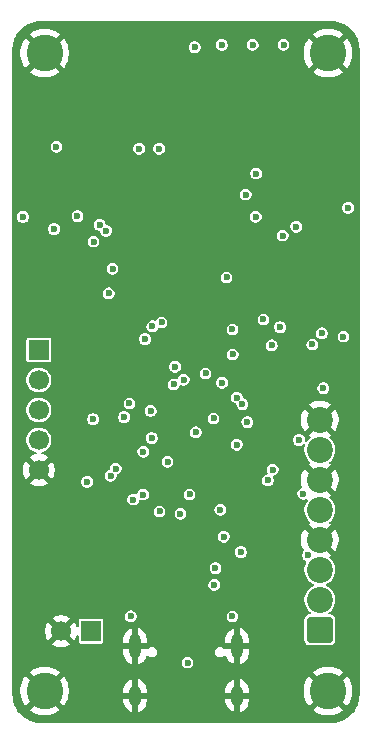
<source format=gbr>
%TF.GenerationSoftware,KiCad,Pcbnew,9.0.2*%
%TF.CreationDate,2025-06-08T20:57:08-05:00*%
%TF.ProjectId,Flight Computer,466c6967-6874-4204-936f-6d7075746572,rev?*%
%TF.SameCoordinates,Original*%
%TF.FileFunction,Copper,L2,Inr*%
%TF.FilePolarity,Positive*%
%FSLAX46Y46*%
G04 Gerber Fmt 4.6, Leading zero omitted, Abs format (unit mm)*
G04 Created by KiCad (PCBNEW 9.0.2) date 2025-06-08 20:57:08*
%MOMM*%
%LPD*%
G01*
G04 APERTURE LIST*
G04 Aperture macros list*
%AMRoundRect*
0 Rectangle with rounded corners*
0 $1 Rounding radius*
0 $2 $3 $4 $5 $6 $7 $8 $9 X,Y pos of 4 corners*
0 Add a 4 corners polygon primitive as box body*
4,1,4,$2,$3,$4,$5,$6,$7,$8,$9,$2,$3,0*
0 Add four circle primitives for the rounded corners*
1,1,$1+$1,$2,$3*
1,1,$1+$1,$4,$5*
1,1,$1+$1,$6,$7*
1,1,$1+$1,$8,$9*
0 Add four rect primitives between the rounded corners*
20,1,$1+$1,$2,$3,$4,$5,0*
20,1,$1+$1,$4,$5,$6,$7,0*
20,1,$1+$1,$6,$7,$8,$9,0*
20,1,$1+$1,$8,$9,$2,$3,0*%
G04 Aperture macros list end*
%TA.AperFunction,ComponentPad*%
%ADD10C,3.100000*%
%TD*%
%TA.AperFunction,ComponentPad*%
%ADD11R,1.700000X1.700000*%
%TD*%
%TA.AperFunction,ComponentPad*%
%ADD12C,1.700000*%
%TD*%
%TA.AperFunction,ComponentPad*%
%ADD13RoundRect,0.249999X0.850001X-0.850001X0.850001X0.850001X-0.850001X0.850001X-0.850001X-0.850001X0*%
%TD*%
%TA.AperFunction,ComponentPad*%
%ADD14C,2.200000*%
%TD*%
%TA.AperFunction,HeatsinkPad*%
%ADD15O,1.000000X1.800000*%
%TD*%
%TA.AperFunction,HeatsinkPad*%
%ADD16O,1.000000X2.100000*%
%TD*%
%TA.AperFunction,ViaPad*%
%ADD17C,0.600000*%
%TD*%
G04 APERTURE END LIST*
D10*
%TO.N,GND*%
%TO.C,H604*%
X124700000Y-109500000D03*
%TD*%
%TO.N,GND*%
%TO.C,H601*%
X100700000Y-55500000D03*
%TD*%
D11*
%TO.N,VCC*%
%TO.C,J604*%
X104630000Y-104450000D03*
D12*
%TO.N,GND*%
X102090000Y-104450000D03*
%TD*%
D10*
%TO.N,GND*%
%TO.C,H603*%
X100700000Y-109500000D03*
%TD*%
D13*
%TO.N,VCC*%
%TO.C,J603*%
X124000000Y-104330000D03*
D14*
%TO.N,Pyro_Power*%
X124000000Y-101790000D03*
%TO.N,Pyro1*%
X124000000Y-99250000D03*
%TO.N,GND*%
X124000000Y-96710000D03*
%TO.N,Pyro2*%
X124000000Y-94170000D03*
%TO.N,GND*%
X124000000Y-91630000D03*
%TO.N,Pyro3*%
X124000000Y-89090000D03*
%TO.N,GND*%
X124000000Y-86550000D03*
%TD*%
D10*
%TO.N,GND*%
%TO.C,H602*%
X124700000Y-55500000D03*
%TD*%
D11*
%TO.N,Servo1*%
%TO.C,J605*%
X100210000Y-80640000D03*
D12*
%TO.N,Servo2*%
X100210000Y-83180000D03*
%TO.N,Servo3*%
X100210000Y-85720000D03*
%TO.N,Servo4*%
X100210000Y-88260000D03*
%TO.N,GND*%
X100210000Y-90800000D03*
%TD*%
D15*
%TO.N,GND*%
%TO.C,J601*%
X116995000Y-109900000D03*
D16*
X116995000Y-105720000D03*
D15*
X108355000Y-109900000D03*
D16*
X108355000Y-105720000D03*
%TD*%
D17*
%TO.N,GND*%
X120400000Y-77200000D03*
X113910000Y-72960000D03*
X106000000Y-64200000D03*
X115020000Y-106980000D03*
X106900000Y-106400000D03*
X111600000Y-79000000D03*
X113000000Y-81400000D03*
X105400000Y-89160000D03*
X111830000Y-70420000D03*
X107267000Y-79500000D03*
X114770000Y-84540000D03*
X105200000Y-107400000D03*
X118700000Y-106100000D03*
X119800000Y-108200000D03*
%TO.N,+3.3V*%
X107429008Y-86318679D03*
X111739002Y-82060998D03*
X103480000Y-69300000D03*
X126000000Y-79500000D03*
X115000000Y-86437500D03*
X116600000Y-78900000D03*
X118600000Y-65700000D03*
X120850000Y-70950000D03*
X109200000Y-79723000D03*
X113500000Y-87617500D03*
X124290000Y-83870000D03*
X108700000Y-63600000D03*
X112800000Y-107100000D03*
X112200000Y-94500000D03*
X110400000Y-63600000D03*
X113400000Y-55000000D03*
X126400000Y-68600000D03*
X116100000Y-74500000D03*
X108200000Y-93300000D03*
X104800000Y-86500000D03*
X104300000Y-91800000D03*
%TO.N,VCC*%
X115060000Y-100520000D03*
X116600000Y-103190000D03*
X115870000Y-96440000D03*
X122000000Y-70200000D03*
X117860000Y-86740000D03*
X108000000Y-103190000D03*
%TO.N,SPI_MISO*%
X124180000Y-79230000D03*
X105900000Y-70550000D03*
X109680000Y-85800000D03*
X112468266Y-83156443D03*
X120930000Y-54800000D03*
X116617024Y-81017024D03*
%TO.N,SPI_SCK*%
X105370597Y-70051738D03*
X123356051Y-80173949D03*
X114325707Y-82631000D03*
X115700000Y-54800000D03*
%TO.N,SWDIO*%
X112970000Y-92870000D03*
%TO.N,I2C_SCL*%
X117435083Y-85225083D03*
X120630000Y-78710000D03*
X106125789Y-75845000D03*
%TO.N,I2C_SDA*%
X101500000Y-70400000D03*
X119930000Y-80250000D03*
X109030000Y-92880000D03*
%TO.N,SWCLK*%
X110431650Y-94311650D03*
%TO.N,SPI_MOSI*%
X119222354Y-78047646D03*
X118310000Y-54800000D03*
X111620000Y-83560000D03*
X104843597Y-71460000D03*
%TO.N,NRST*%
X109060000Y-89250000D03*
%TO.N,Pyro_Power*%
X115575000Y-94170002D03*
X122236886Y-88266760D03*
X115160000Y-99100000D03*
X123000000Y-98000000D03*
X122600000Y-92800000D03*
%TO.N,Servo4*%
X106289141Y-91275567D03*
%TO.N,Servo3*%
X106720000Y-90690000D03*
%TO.N,{slash}GPS_RESET*%
X118560000Y-69360000D03*
%TO.N,{slash}GPS_SAFEBOOT*%
X98860000Y-69370000D03*
X107880000Y-85150000D03*
%TO.N,Pyro1_Trigger*%
X117317000Y-97751601D03*
%TO.N,Pyro2_Trigger*%
X119600490Y-91679027D03*
%TO.N,Pyro3_Trigger*%
X116970000Y-88650000D03*
%TO.N,Pyro3_Cont*%
X120000000Y-90760000D03*
%TO.N,/Radio/CTL*%
X101700000Y-63420000D03*
X106447354Y-73762646D03*
%TO.N,IMU_INT1*%
X111103883Y-90103883D03*
%TO.N,IMU_INT2*%
X116968655Y-84667429D03*
%TO.N,GPS_RX*%
X110600000Y-78297000D03*
%TO.N,GPS_TX*%
X109810000Y-78640000D03*
%TO.N,GPS_INT*%
X117728032Y-67476640D03*
%TO.N,IMU_CS*%
X115717316Y-83407316D03*
%TO.N,Baro_CS*%
X109777673Y-88095173D03*
%TD*%
%TA.AperFunction,Conductor*%
%TO.N,GND*%
G36*
X124972992Y-52800681D02*
G01*
X125253256Y-52817633D01*
X125265111Y-52819073D01*
X125538349Y-52869145D01*
X125549951Y-52872005D01*
X125815162Y-52954649D01*
X125826325Y-52958882D01*
X126079646Y-53072892D01*
X126090231Y-53078448D01*
X126327951Y-53222154D01*
X126337776Y-53228936D01*
X126556443Y-53400250D01*
X126565392Y-53408177D01*
X126761822Y-53604607D01*
X126769749Y-53613556D01*
X126909420Y-53791834D01*
X126941058Y-53832216D01*
X126947849Y-53842055D01*
X127091551Y-54079768D01*
X127097107Y-54090353D01*
X127211114Y-54343667D01*
X127215353Y-54354845D01*
X127297993Y-54620045D01*
X127300854Y-54631653D01*
X127350925Y-54904881D01*
X127352366Y-54916748D01*
X127369319Y-55197006D01*
X127369500Y-55202984D01*
X127369500Y-109797015D01*
X127369319Y-109802993D01*
X127352366Y-110083251D01*
X127350925Y-110095118D01*
X127300854Y-110368346D01*
X127297993Y-110379954D01*
X127215353Y-110645154D01*
X127211114Y-110656332D01*
X127097107Y-110909646D01*
X127091551Y-110920231D01*
X126947849Y-111157944D01*
X126941058Y-111167783D01*
X126769749Y-111386443D01*
X126761822Y-111395392D01*
X126565392Y-111591822D01*
X126556443Y-111599749D01*
X126337783Y-111771058D01*
X126327944Y-111777849D01*
X126090231Y-111921551D01*
X126079646Y-111927107D01*
X125826332Y-112041114D01*
X125815154Y-112045353D01*
X125549954Y-112127993D01*
X125538346Y-112130854D01*
X125265118Y-112180925D01*
X125253251Y-112182366D01*
X124993387Y-112198085D01*
X124972991Y-112199319D01*
X124967015Y-112199500D01*
X100372986Y-112199500D01*
X100367009Y-112199319D01*
X100344252Y-112197942D01*
X100086749Y-112182366D01*
X100074882Y-112180925D01*
X99801654Y-112130854D01*
X99790047Y-112127993D01*
X99524846Y-112045354D01*
X99513667Y-112041115D01*
X99260353Y-111927107D01*
X99249768Y-111921551D01*
X99012055Y-111777849D01*
X99002216Y-111771058D01*
X98783556Y-111599749D01*
X98774607Y-111591822D01*
X98578177Y-111395392D01*
X98570250Y-111386443D01*
X98478914Y-111269861D01*
X98398936Y-111167776D01*
X98392162Y-111157962D01*
X98248448Y-110920231D01*
X98242892Y-110909646D01*
X98128884Y-110656332D01*
X98124646Y-110645157D01*
X98050943Y-110408632D01*
X98042006Y-110379952D01*
X98039145Y-110368345D01*
X98033858Y-110339496D01*
X97989073Y-110095110D01*
X97987633Y-110083255D01*
X97970681Y-109802991D01*
X97970500Y-109797014D01*
X97970500Y-109365634D01*
X98650000Y-109365634D01*
X98650000Y-109634365D01*
X98685075Y-109900785D01*
X98685075Y-109900790D01*
X98754627Y-110160364D01*
X98857463Y-110408632D01*
X98991832Y-110641366D01*
X99084417Y-110762025D01*
X99584727Y-110261715D01*
X99670278Y-110379466D01*
X99820534Y-110529722D01*
X99938282Y-110615270D01*
X99437972Y-111115581D01*
X99558633Y-111208167D01*
X99791367Y-111342536D01*
X100039635Y-111445372D01*
X100299211Y-111514924D01*
X100565634Y-111549999D01*
X100565637Y-111550000D01*
X100834363Y-111550000D01*
X100834365Y-111549999D01*
X101100785Y-111514924D01*
X101100790Y-111514924D01*
X101360364Y-111445372D01*
X101608632Y-111342536D01*
X101841362Y-111208170D01*
X101962025Y-111115580D01*
X101461716Y-110615271D01*
X101579466Y-110529722D01*
X101729722Y-110379466D01*
X101815271Y-110261716D01*
X102315580Y-110762025D01*
X102408170Y-110641362D01*
X102542536Y-110408632D01*
X102645372Y-110160362D01*
X102666002Y-110083371D01*
X102666002Y-110083370D01*
X102714924Y-109900790D01*
X102714924Y-109900785D01*
X102749999Y-109634365D01*
X102750000Y-109634363D01*
X102750000Y-109401506D01*
X107355000Y-109401506D01*
X107355000Y-109649999D01*
X107355001Y-109650000D01*
X108055000Y-109650000D01*
X108055000Y-110150000D01*
X107355001Y-110150000D01*
X107355000Y-110150001D01*
X107355000Y-110398493D01*
X107393429Y-110591688D01*
X107393429Y-110591690D01*
X107468808Y-110773673D01*
X107468814Y-110773685D01*
X107578249Y-110937462D01*
X107578252Y-110937466D01*
X107717533Y-111076747D01*
X107717537Y-111076750D01*
X107881314Y-111186185D01*
X107881326Y-111186191D01*
X108063304Y-111261568D01*
X108063315Y-111261571D01*
X108105000Y-111269862D01*
X108105000Y-110466988D01*
X108114940Y-110484205D01*
X108170795Y-110540060D01*
X108239204Y-110579556D01*
X108315504Y-110600000D01*
X108394496Y-110600000D01*
X108470796Y-110579556D01*
X108539205Y-110540060D01*
X108595060Y-110484205D01*
X108605000Y-110466988D01*
X108605000Y-111269861D01*
X108646684Y-111261571D01*
X108646695Y-111261568D01*
X108828673Y-111186191D01*
X108828685Y-111186185D01*
X108992462Y-111076750D01*
X108992466Y-111076747D01*
X109131747Y-110937466D01*
X109131750Y-110937462D01*
X109241185Y-110773685D01*
X109241191Y-110773673D01*
X109316570Y-110591690D01*
X109316570Y-110591688D01*
X109354999Y-110398493D01*
X109355000Y-110398490D01*
X109355000Y-110150001D01*
X109354999Y-110150000D01*
X108655000Y-110150000D01*
X108655000Y-109650000D01*
X109354999Y-109650000D01*
X109355000Y-109649999D01*
X109355000Y-109401509D01*
X109354999Y-109401506D01*
X115995000Y-109401506D01*
X115995000Y-109649999D01*
X115995001Y-109650000D01*
X116695000Y-109650000D01*
X116695000Y-110150000D01*
X115995001Y-110150000D01*
X115995000Y-110150001D01*
X115995000Y-110398493D01*
X116033429Y-110591688D01*
X116033429Y-110591690D01*
X116108808Y-110773673D01*
X116108814Y-110773685D01*
X116218249Y-110937462D01*
X116218252Y-110937466D01*
X116357533Y-111076747D01*
X116357537Y-111076750D01*
X116521314Y-111186185D01*
X116521326Y-111186191D01*
X116703304Y-111261568D01*
X116703315Y-111261571D01*
X116745000Y-111269862D01*
X116745000Y-110466988D01*
X116754940Y-110484205D01*
X116810795Y-110540060D01*
X116879204Y-110579556D01*
X116955504Y-110600000D01*
X117034496Y-110600000D01*
X117110796Y-110579556D01*
X117179205Y-110540060D01*
X117235060Y-110484205D01*
X117245000Y-110466988D01*
X117245000Y-111269861D01*
X117286684Y-111261571D01*
X117286695Y-111261568D01*
X117468673Y-111186191D01*
X117468685Y-111186185D01*
X117632462Y-111076750D01*
X117632466Y-111076747D01*
X117701922Y-111007292D01*
X117771747Y-110937466D01*
X117771750Y-110937462D01*
X117881185Y-110773685D01*
X117881191Y-110773673D01*
X117956570Y-110591690D01*
X117956570Y-110591688D01*
X117994999Y-110398493D01*
X117995000Y-110398490D01*
X117995000Y-110150001D01*
X117994999Y-110150000D01*
X117295000Y-110150000D01*
X117295000Y-109650000D01*
X117994999Y-109650000D01*
X117995000Y-109649999D01*
X117995000Y-109401509D01*
X117994999Y-109401504D01*
X117991062Y-109381708D01*
X117987865Y-109365634D01*
X122650000Y-109365634D01*
X122650000Y-109634365D01*
X122685075Y-109900785D01*
X122685075Y-109900790D01*
X122754627Y-110160364D01*
X122857463Y-110408632D01*
X122991832Y-110641366D01*
X123084417Y-110762025D01*
X123584727Y-110261715D01*
X123670278Y-110379466D01*
X123820534Y-110529722D01*
X123938282Y-110615270D01*
X123437972Y-111115581D01*
X123558633Y-111208167D01*
X123791367Y-111342536D01*
X124039635Y-111445372D01*
X124299211Y-111514924D01*
X124565634Y-111549999D01*
X124565637Y-111550000D01*
X124834363Y-111550000D01*
X124834365Y-111549999D01*
X125100785Y-111514924D01*
X125100790Y-111514924D01*
X125360364Y-111445372D01*
X125608632Y-111342536D01*
X125841362Y-111208170D01*
X125962025Y-111115580D01*
X125461716Y-110615271D01*
X125579466Y-110529722D01*
X125729722Y-110379466D01*
X125815271Y-110261716D01*
X126315580Y-110762025D01*
X126408170Y-110641362D01*
X126542536Y-110408632D01*
X126645372Y-110160364D01*
X126714924Y-109900790D01*
X126714924Y-109900785D01*
X126749999Y-109634365D01*
X126750000Y-109634363D01*
X126750000Y-109365637D01*
X126749999Y-109365634D01*
X126714924Y-109099214D01*
X126714924Y-109099209D01*
X126645372Y-108839635D01*
X126542536Y-108591367D01*
X126408167Y-108358633D01*
X126315580Y-108237972D01*
X125815270Y-108738281D01*
X125729722Y-108620534D01*
X125579466Y-108470278D01*
X125461715Y-108384727D01*
X125962026Y-107884417D01*
X125841366Y-107791832D01*
X125608632Y-107657463D01*
X125360364Y-107554627D01*
X125100788Y-107485075D01*
X124834365Y-107450000D01*
X124565634Y-107450000D01*
X124299214Y-107485075D01*
X124299209Y-107485075D01*
X124039635Y-107554627D01*
X123791367Y-107657463D01*
X123558630Y-107791834D01*
X123437972Y-107884417D01*
X123938283Y-108384728D01*
X123820534Y-108470278D01*
X123670278Y-108620534D01*
X123584728Y-108738283D01*
X123084417Y-108237972D01*
X122991834Y-108358630D01*
X122857463Y-108591367D01*
X122754627Y-108839635D01*
X122685075Y-109099209D01*
X122685075Y-109099214D01*
X122650000Y-109365634D01*
X117987865Y-109365634D01*
X117956570Y-109208311D01*
X117956570Y-109208309D01*
X117881191Y-109026326D01*
X117881185Y-109026314D01*
X117771750Y-108862537D01*
X117771747Y-108862533D01*
X117632466Y-108723252D01*
X117632462Y-108723249D01*
X117468685Y-108613814D01*
X117468673Y-108613808D01*
X117286691Y-108538429D01*
X117245000Y-108530136D01*
X117245000Y-109333011D01*
X117235060Y-109315795D01*
X117179205Y-109259940D01*
X117110796Y-109220444D01*
X117034496Y-109200000D01*
X116955504Y-109200000D01*
X116879204Y-109220444D01*
X116810795Y-109259940D01*
X116754940Y-109315795D01*
X116745000Y-109333011D01*
X116745000Y-108530136D01*
X116703308Y-108538429D01*
X116521326Y-108613808D01*
X116521314Y-108613814D01*
X116357537Y-108723249D01*
X116357533Y-108723252D01*
X116218252Y-108862533D01*
X116218249Y-108862537D01*
X116108814Y-109026314D01*
X116108808Y-109026326D01*
X116033429Y-109208309D01*
X116033429Y-109208311D01*
X115995000Y-109401506D01*
X109354999Y-109401506D01*
X109316570Y-109208311D01*
X109316570Y-109208309D01*
X109241191Y-109026326D01*
X109241185Y-109026314D01*
X109131750Y-108862537D01*
X109131747Y-108862533D01*
X108992466Y-108723252D01*
X108992462Y-108723249D01*
X108828685Y-108613814D01*
X108828673Y-108613808D01*
X108646691Y-108538429D01*
X108605000Y-108530136D01*
X108605000Y-109333011D01*
X108595060Y-109315795D01*
X108539205Y-109259940D01*
X108470796Y-109220444D01*
X108394496Y-109200000D01*
X108315504Y-109200000D01*
X108239204Y-109220444D01*
X108170795Y-109259940D01*
X108114940Y-109315795D01*
X108105000Y-109333011D01*
X108105000Y-108530136D01*
X108063308Y-108538429D01*
X107881326Y-108613808D01*
X107881314Y-108613814D01*
X107717537Y-108723249D01*
X107717533Y-108723252D01*
X107578252Y-108862533D01*
X107578249Y-108862537D01*
X107468814Y-109026314D01*
X107468808Y-109026326D01*
X107393429Y-109208309D01*
X107393429Y-109208311D01*
X107355000Y-109401506D01*
X102750000Y-109401506D01*
X102750000Y-109365637D01*
X102749999Y-109365634D01*
X102714924Y-109099214D01*
X102714924Y-109099209D01*
X102645372Y-108839635D01*
X102542536Y-108591367D01*
X102408167Y-108358633D01*
X102315580Y-108237972D01*
X101815270Y-108738281D01*
X101729722Y-108620534D01*
X101579466Y-108470278D01*
X101461715Y-108384727D01*
X101962026Y-107884417D01*
X101841366Y-107791832D01*
X101608632Y-107657463D01*
X101360364Y-107554627D01*
X101100788Y-107485075D01*
X100834365Y-107450000D01*
X100565634Y-107450000D01*
X100299214Y-107485075D01*
X100299209Y-107485075D01*
X100039635Y-107554627D01*
X99791367Y-107657463D01*
X99558630Y-107791834D01*
X99437972Y-107884417D01*
X99938283Y-108384728D01*
X99820534Y-108470278D01*
X99670278Y-108620534D01*
X99584728Y-108738283D01*
X99084417Y-108237972D01*
X98991834Y-108358630D01*
X98857463Y-108591367D01*
X98754627Y-108839635D01*
X98685075Y-109099209D01*
X98685075Y-109099214D01*
X98650000Y-109365634D01*
X97970500Y-109365634D01*
X97970500Y-104343749D01*
X100740000Y-104343749D01*
X100740000Y-104556250D01*
X100773240Y-104766121D01*
X100838904Y-104968215D01*
X100935376Y-105157553D01*
X100935380Y-105157559D01*
X100974728Y-105211716D01*
X100974729Y-105211716D01*
X101607037Y-104579407D01*
X101624075Y-104642993D01*
X101689901Y-104757007D01*
X101782993Y-104850099D01*
X101897007Y-104915925D01*
X101960589Y-104932962D01*
X101328282Y-105565269D01*
X101328282Y-105565270D01*
X101382440Y-105604619D01*
X101382446Y-105604623D01*
X101571784Y-105701095D01*
X101773878Y-105766759D01*
X101983750Y-105800000D01*
X102196250Y-105800000D01*
X102406121Y-105766759D01*
X102608215Y-105701095D01*
X102797556Y-105604620D01*
X102851716Y-105565270D01*
X102219408Y-104932962D01*
X102282993Y-104915925D01*
X102397007Y-104850099D01*
X102490099Y-104757007D01*
X102555925Y-104642993D01*
X102572962Y-104579408D01*
X103205270Y-105211716D01*
X103244620Y-105157556D01*
X103341096Y-104968213D01*
X103386345Y-104828951D01*
X103422309Y-104779450D01*
X103480500Y-104760543D01*
X103538691Y-104779450D01*
X103574655Y-104828950D01*
X103579500Y-104859543D01*
X103579500Y-105319746D01*
X103579501Y-105319758D01*
X103591132Y-105378227D01*
X103591133Y-105378231D01*
X103635448Y-105444552D01*
X103701769Y-105488867D01*
X103746231Y-105497711D01*
X103760241Y-105500498D01*
X103760246Y-105500498D01*
X103760252Y-105500500D01*
X103760253Y-105500500D01*
X105499747Y-105500500D01*
X105499748Y-105500500D01*
X105558231Y-105488867D01*
X105624552Y-105444552D01*
X105668867Y-105378231D01*
X105680500Y-105319748D01*
X105680500Y-105071506D01*
X107355000Y-105071506D01*
X107355000Y-105469999D01*
X107355001Y-105470000D01*
X108055000Y-105470000D01*
X108055000Y-105970000D01*
X107355001Y-105970000D01*
X107355000Y-105970001D01*
X107355000Y-106368493D01*
X107393429Y-106561688D01*
X107393429Y-106561690D01*
X107468808Y-106743673D01*
X107468814Y-106743685D01*
X107578249Y-106907462D01*
X107578252Y-106907466D01*
X107717533Y-107046747D01*
X107717537Y-107046750D01*
X107881314Y-107156185D01*
X107881326Y-107156191D01*
X108063304Y-107231568D01*
X108063315Y-107231571D01*
X108105000Y-107239862D01*
X108105000Y-106436988D01*
X108114940Y-106454205D01*
X108170795Y-106510060D01*
X108239204Y-106549556D01*
X108315504Y-106570000D01*
X108394496Y-106570000D01*
X108470796Y-106549556D01*
X108539205Y-106510060D01*
X108595060Y-106454205D01*
X108605000Y-106436988D01*
X108605000Y-107239861D01*
X108646684Y-107231571D01*
X108646695Y-107231568D01*
X108828673Y-107156191D01*
X108828685Y-107156185D01*
X108992462Y-107046750D01*
X108992466Y-107046747D01*
X109005105Y-107034108D01*
X112299500Y-107034108D01*
X112299500Y-107165892D01*
X112319320Y-107239861D01*
X112333609Y-107293190D01*
X112399496Y-107407309D01*
X112399498Y-107407311D01*
X112399500Y-107407314D01*
X112492686Y-107500500D01*
X112492688Y-107500501D01*
X112492690Y-107500503D01*
X112606810Y-107566390D01*
X112606808Y-107566390D01*
X112606812Y-107566391D01*
X112606814Y-107566392D01*
X112734108Y-107600500D01*
X112734110Y-107600500D01*
X112865890Y-107600500D01*
X112865892Y-107600500D01*
X112993186Y-107566392D01*
X112993188Y-107566390D01*
X112993190Y-107566390D01*
X113107309Y-107500503D01*
X113107309Y-107500502D01*
X113107314Y-107500500D01*
X113200500Y-107407314D01*
X113266392Y-107293186D01*
X113300500Y-107165892D01*
X113300500Y-107034108D01*
X113266392Y-106906814D01*
X113266390Y-106906811D01*
X113266390Y-106906809D01*
X113200503Y-106792690D01*
X113200501Y-106792688D01*
X113200500Y-106792686D01*
X113107314Y-106699500D01*
X113107311Y-106699498D01*
X113107309Y-106699496D01*
X112993189Y-106633609D01*
X112993191Y-106633609D01*
X112943799Y-106620375D01*
X112865892Y-106599500D01*
X112734108Y-106599500D01*
X112656200Y-106620375D01*
X112606809Y-106633609D01*
X112492690Y-106699496D01*
X112399496Y-106792690D01*
X112333609Y-106906809D01*
X112333608Y-106906814D01*
X112299500Y-107034108D01*
X109005105Y-107034108D01*
X109081599Y-106957615D01*
X109131747Y-106907466D01*
X109131750Y-106907462D01*
X109241185Y-106743685D01*
X109241191Y-106743673D01*
X109309717Y-106578235D01*
X109349453Y-106531709D01*
X109408948Y-106517425D01*
X109465476Y-106540839D01*
X109471171Y-106546103D01*
X109507158Y-106582090D01*
X109507160Y-106582091D01*
X109507162Y-106582093D01*
X109610337Y-106641661D01*
X109610335Y-106641661D01*
X109610339Y-106641662D01*
X109610341Y-106641663D01*
X109725427Y-106672500D01*
X109725429Y-106672500D01*
X109844571Y-106672500D01*
X109844573Y-106672500D01*
X109959659Y-106641663D01*
X109959661Y-106641661D01*
X109959663Y-106641661D01*
X110062837Y-106582093D01*
X110062837Y-106582092D01*
X110062842Y-106582090D01*
X110147090Y-106497842D01*
X110206663Y-106394659D01*
X110237500Y-106279573D01*
X110237500Y-106160427D01*
X115112500Y-106160427D01*
X115112500Y-106279573D01*
X115120518Y-106309496D01*
X115143338Y-106394663D01*
X115202906Y-106497837D01*
X115202908Y-106497839D01*
X115202910Y-106497842D01*
X115287158Y-106582090D01*
X115287160Y-106582091D01*
X115287162Y-106582093D01*
X115390337Y-106641661D01*
X115390335Y-106641661D01*
X115390339Y-106641662D01*
X115390341Y-106641663D01*
X115505427Y-106672500D01*
X115505429Y-106672500D01*
X115624571Y-106672500D01*
X115624573Y-106672500D01*
X115739659Y-106641663D01*
X115739661Y-106641661D01*
X115739663Y-106641661D01*
X115842837Y-106582093D01*
X115842837Y-106582092D01*
X115842842Y-106582090D01*
X115878816Y-106546115D01*
X115933330Y-106518339D01*
X115993762Y-106527910D01*
X116037027Y-106571174D01*
X116040282Y-106578234D01*
X116108810Y-106743676D01*
X116108814Y-106743685D01*
X116218249Y-106907462D01*
X116218252Y-106907466D01*
X116357533Y-107046747D01*
X116357537Y-107046750D01*
X116521314Y-107156185D01*
X116521326Y-107156191D01*
X116703304Y-107231568D01*
X116703315Y-107231571D01*
X116745000Y-107239862D01*
X116745000Y-106436988D01*
X116754940Y-106454205D01*
X116810795Y-106510060D01*
X116879204Y-106549556D01*
X116955504Y-106570000D01*
X117034496Y-106570000D01*
X117110796Y-106549556D01*
X117179205Y-106510060D01*
X117235060Y-106454205D01*
X117245000Y-106436988D01*
X117245000Y-107239861D01*
X117286684Y-107231571D01*
X117286695Y-107231568D01*
X117468673Y-107156191D01*
X117468685Y-107156185D01*
X117632462Y-107046750D01*
X117632466Y-107046747D01*
X117771747Y-106907466D01*
X117771750Y-106907462D01*
X117881185Y-106743685D01*
X117881191Y-106743673D01*
X117956570Y-106561690D01*
X117956570Y-106561688D01*
X117994999Y-106368493D01*
X117995000Y-106368490D01*
X117995000Y-105970001D01*
X117994999Y-105970000D01*
X117295000Y-105970000D01*
X117295000Y-105470000D01*
X117994999Y-105470000D01*
X117995000Y-105469999D01*
X117995000Y-105071509D01*
X117994999Y-105071506D01*
X117956570Y-104878311D01*
X117956570Y-104878309D01*
X117881191Y-104696326D01*
X117881185Y-104696314D01*
X117771750Y-104532537D01*
X117771747Y-104532533D01*
X117632466Y-104393252D01*
X117632462Y-104393249D01*
X117468685Y-104283814D01*
X117468673Y-104283808D01*
X117286691Y-104208429D01*
X117245000Y-104200136D01*
X117245000Y-105003011D01*
X117235060Y-104985795D01*
X117179205Y-104929940D01*
X117110796Y-104890444D01*
X117034496Y-104870000D01*
X116955504Y-104870000D01*
X116879204Y-104890444D01*
X116810795Y-104929940D01*
X116754940Y-104985795D01*
X116745000Y-105003011D01*
X116745000Y-104200136D01*
X116703308Y-104208429D01*
X116521326Y-104283808D01*
X116521314Y-104283814D01*
X116357537Y-104393249D01*
X116357533Y-104393252D01*
X116218252Y-104532533D01*
X116218249Y-104532537D01*
X116108814Y-104696314D01*
X116108808Y-104696326D01*
X116033429Y-104878309D01*
X116033429Y-104878311D01*
X115995000Y-105071506D01*
X115995000Y-105469999D01*
X115995001Y-105470000D01*
X116695000Y-105470000D01*
X116695000Y-105970000D01*
X115995939Y-105970000D01*
X115937748Y-105951093D01*
X115925941Y-105941009D01*
X115842842Y-105857910D01*
X115842839Y-105857908D01*
X115842837Y-105857906D01*
X115739662Y-105798338D01*
X115739664Y-105798338D01*
X115695008Y-105786373D01*
X115624573Y-105767500D01*
X115505427Y-105767500D01*
X115434991Y-105786373D01*
X115390336Y-105798338D01*
X115287162Y-105857906D01*
X115202906Y-105942162D01*
X115143338Y-106045336D01*
X115143337Y-106045341D01*
X115112500Y-106160427D01*
X110237500Y-106160427D01*
X110206663Y-106045341D01*
X110206661Y-106045338D01*
X110206661Y-106045336D01*
X110147093Y-105942162D01*
X110147091Y-105942160D01*
X110147090Y-105942158D01*
X110062842Y-105857910D01*
X110062839Y-105857908D01*
X110062837Y-105857906D01*
X109959662Y-105798338D01*
X109959664Y-105798338D01*
X109915008Y-105786373D01*
X109844573Y-105767500D01*
X109725427Y-105767500D01*
X109654991Y-105786373D01*
X109610336Y-105798338D01*
X109507162Y-105857906D01*
X109507161Y-105857907D01*
X109507158Y-105857909D01*
X109507158Y-105857910D01*
X109424062Y-105941005D01*
X109369548Y-105968781D01*
X109354061Y-105970000D01*
X108655000Y-105970000D01*
X108655000Y-105470000D01*
X109354999Y-105470000D01*
X109355000Y-105469999D01*
X109355000Y-105071509D01*
X109354999Y-105071506D01*
X109316570Y-104878311D01*
X109316570Y-104878309D01*
X109241191Y-104696326D01*
X109241185Y-104696314D01*
X109131750Y-104532537D01*
X109131747Y-104532533D01*
X108992466Y-104393252D01*
X108992462Y-104393249D01*
X108828685Y-104283814D01*
X108828673Y-104283808D01*
X108646691Y-104208429D01*
X108605000Y-104200136D01*
X108605000Y-105003011D01*
X108595060Y-104985795D01*
X108539205Y-104929940D01*
X108470796Y-104890444D01*
X108394496Y-104870000D01*
X108315504Y-104870000D01*
X108239204Y-104890444D01*
X108170795Y-104929940D01*
X108114940Y-104985795D01*
X108105000Y-105003011D01*
X108105000Y-104200136D01*
X108063308Y-104208429D01*
X107881326Y-104283808D01*
X107881314Y-104283814D01*
X107717537Y-104393249D01*
X107717533Y-104393252D01*
X107578252Y-104532533D01*
X107578249Y-104532537D01*
X107468814Y-104696314D01*
X107468808Y-104696326D01*
X107393429Y-104878309D01*
X107393429Y-104878311D01*
X107355000Y-105071506D01*
X105680500Y-105071506D01*
X105680500Y-103580252D01*
X105668867Y-103521769D01*
X105624552Y-103455448D01*
X105580083Y-103425734D01*
X105558233Y-103411134D01*
X105558231Y-103411133D01*
X105558228Y-103411132D01*
X105558227Y-103411132D01*
X105499758Y-103399501D01*
X105499748Y-103399500D01*
X103760252Y-103399500D01*
X103760251Y-103399500D01*
X103760241Y-103399501D01*
X103701772Y-103411132D01*
X103701766Y-103411134D01*
X103635451Y-103455445D01*
X103635445Y-103455451D01*
X103591134Y-103521766D01*
X103591132Y-103521772D01*
X103579501Y-103580241D01*
X103579500Y-103580253D01*
X103579500Y-104040456D01*
X103560593Y-104098647D01*
X103511093Y-104134611D01*
X103449907Y-104134611D01*
X103400407Y-104098647D01*
X103386345Y-104071049D01*
X103341095Y-103931784D01*
X103244623Y-103742446D01*
X103244619Y-103742440D01*
X103205270Y-103688282D01*
X103205269Y-103688282D01*
X102572962Y-104320589D01*
X102555925Y-104257007D01*
X102490099Y-104142993D01*
X102397007Y-104049901D01*
X102282993Y-103984075D01*
X102219407Y-103967037D01*
X102851716Y-103334729D01*
X102851716Y-103334728D01*
X102797559Y-103295380D01*
X102797553Y-103295376D01*
X102621805Y-103205829D01*
X102621802Y-103205826D01*
X102608220Y-103198906D01*
X102406121Y-103133240D01*
X102348463Y-103124108D01*
X107499500Y-103124108D01*
X107499500Y-103255892D01*
X107502508Y-103267117D01*
X107533609Y-103383190D01*
X107599496Y-103497309D01*
X107599498Y-103497311D01*
X107599500Y-103497314D01*
X107692686Y-103590500D01*
X107692688Y-103590501D01*
X107692690Y-103590503D01*
X107806810Y-103656390D01*
X107806808Y-103656390D01*
X107806812Y-103656391D01*
X107806814Y-103656392D01*
X107934108Y-103690500D01*
X107934110Y-103690500D01*
X108065890Y-103690500D01*
X108065892Y-103690500D01*
X108193186Y-103656392D01*
X108193188Y-103656390D01*
X108193190Y-103656390D01*
X108307309Y-103590503D01*
X108307309Y-103590502D01*
X108307314Y-103590500D01*
X108400500Y-103497314D01*
X108424670Y-103455451D01*
X108466390Y-103383190D01*
X108466390Y-103383188D01*
X108466392Y-103383186D01*
X108500500Y-103255892D01*
X108500500Y-103124108D01*
X116099500Y-103124108D01*
X116099500Y-103255892D01*
X116102508Y-103267117D01*
X116133609Y-103383190D01*
X116199496Y-103497309D01*
X116199498Y-103497311D01*
X116199500Y-103497314D01*
X116292686Y-103590500D01*
X116292688Y-103590501D01*
X116292690Y-103590503D01*
X116406810Y-103656390D01*
X116406808Y-103656390D01*
X116406812Y-103656391D01*
X116406814Y-103656392D01*
X116534108Y-103690500D01*
X116534110Y-103690500D01*
X116665890Y-103690500D01*
X116665892Y-103690500D01*
X116793186Y-103656392D01*
X116793188Y-103656390D01*
X116793190Y-103656390D01*
X116907309Y-103590503D01*
X116907309Y-103590502D01*
X116907314Y-103590500D01*
X117000500Y-103497314D01*
X117024670Y-103455451D01*
X117066390Y-103383190D01*
X117066390Y-103383188D01*
X117066392Y-103383186D01*
X117100500Y-103255892D01*
X117100500Y-103124108D01*
X117066392Y-102996814D01*
X117066390Y-102996811D01*
X117066390Y-102996809D01*
X117000503Y-102882690D01*
X117000501Y-102882688D01*
X117000500Y-102882686D01*
X116907314Y-102789500D01*
X116907311Y-102789498D01*
X116907309Y-102789496D01*
X116793189Y-102723609D01*
X116793191Y-102723609D01*
X116743799Y-102710375D01*
X116665892Y-102689500D01*
X116534108Y-102689500D01*
X116456200Y-102710375D01*
X116406809Y-102723609D01*
X116292690Y-102789496D01*
X116199496Y-102882690D01*
X116133609Y-102996809D01*
X116124085Y-103032353D01*
X116099500Y-103124108D01*
X108500500Y-103124108D01*
X108466392Y-102996814D01*
X108466390Y-102996811D01*
X108466390Y-102996809D01*
X108400503Y-102882690D01*
X108400501Y-102882688D01*
X108400500Y-102882686D01*
X108307314Y-102789500D01*
X108307311Y-102789498D01*
X108307309Y-102789496D01*
X108193189Y-102723609D01*
X108193191Y-102723609D01*
X108143799Y-102710375D01*
X108065892Y-102689500D01*
X107934108Y-102689500D01*
X107856200Y-102710375D01*
X107806809Y-102723609D01*
X107692690Y-102789496D01*
X107599496Y-102882690D01*
X107533609Y-102996809D01*
X107524085Y-103032353D01*
X107499500Y-103124108D01*
X102348463Y-103124108D01*
X102196250Y-103100000D01*
X101983750Y-103100000D01*
X101773878Y-103133240D01*
X101571784Y-103198904D01*
X101382446Y-103295376D01*
X101382442Y-103295378D01*
X101328282Y-103334728D01*
X101960591Y-103967037D01*
X101897007Y-103984075D01*
X101782993Y-104049901D01*
X101689901Y-104142993D01*
X101624075Y-104257007D01*
X101607037Y-104320591D01*
X100974728Y-103688282D01*
X100935378Y-103742442D01*
X100935376Y-103742446D01*
X100838904Y-103931784D01*
X100773240Y-104133878D01*
X100740000Y-104343749D01*
X97970500Y-104343749D01*
X97970500Y-100454108D01*
X114559500Y-100454108D01*
X114559500Y-100585892D01*
X114560602Y-100590004D01*
X114593609Y-100713190D01*
X114659496Y-100827309D01*
X114659498Y-100827311D01*
X114659500Y-100827314D01*
X114752686Y-100920500D01*
X114752688Y-100920501D01*
X114752690Y-100920503D01*
X114866810Y-100986390D01*
X114866808Y-100986390D01*
X114866812Y-100986391D01*
X114866814Y-100986392D01*
X114994108Y-101020500D01*
X114994110Y-101020500D01*
X115125890Y-101020500D01*
X115125892Y-101020500D01*
X115253186Y-100986392D01*
X115253188Y-100986390D01*
X115253190Y-100986390D01*
X115367309Y-100920503D01*
X115367309Y-100920502D01*
X115367314Y-100920500D01*
X115460500Y-100827314D01*
X115526392Y-100713186D01*
X115560500Y-100585892D01*
X115560500Y-100454108D01*
X115526392Y-100326814D01*
X115526390Y-100326811D01*
X115526390Y-100326809D01*
X115460503Y-100212690D01*
X115460501Y-100212688D01*
X115460500Y-100212686D01*
X115367314Y-100119500D01*
X115367311Y-100119498D01*
X115367309Y-100119496D01*
X115253189Y-100053609D01*
X115253191Y-100053609D01*
X115203799Y-100040375D01*
X115125892Y-100019500D01*
X114994108Y-100019500D01*
X114916200Y-100040375D01*
X114866809Y-100053609D01*
X114752690Y-100119496D01*
X114659496Y-100212690D01*
X114593609Y-100326809D01*
X114584103Y-100362287D01*
X114559500Y-100454108D01*
X97970500Y-100454108D01*
X97970500Y-99034108D01*
X114659500Y-99034108D01*
X114659500Y-99165892D01*
X114689579Y-99278151D01*
X114693609Y-99293190D01*
X114759496Y-99407309D01*
X114759498Y-99407311D01*
X114759500Y-99407314D01*
X114852686Y-99500500D01*
X114852688Y-99500501D01*
X114852690Y-99500503D01*
X114966810Y-99566390D01*
X114966808Y-99566390D01*
X114966812Y-99566391D01*
X114966814Y-99566392D01*
X115094108Y-99600500D01*
X115094110Y-99600500D01*
X115225890Y-99600500D01*
X115225892Y-99600500D01*
X115353186Y-99566392D01*
X115353188Y-99566390D01*
X115353190Y-99566390D01*
X115467309Y-99500503D01*
X115467309Y-99500502D01*
X115467314Y-99500500D01*
X115560500Y-99407314D01*
X115592231Y-99352355D01*
X115626390Y-99293190D01*
X115626390Y-99293188D01*
X115626392Y-99293186D01*
X115660500Y-99165892D01*
X115660500Y-99034108D01*
X115626392Y-98906814D01*
X115626390Y-98906811D01*
X115626390Y-98906809D01*
X115560503Y-98792690D01*
X115560501Y-98792688D01*
X115560500Y-98792686D01*
X115467314Y-98699500D01*
X115467311Y-98699498D01*
X115467309Y-98699496D01*
X115353189Y-98633609D01*
X115353191Y-98633609D01*
X115303799Y-98620375D01*
X115225892Y-98599500D01*
X115094108Y-98599500D01*
X115016200Y-98620375D01*
X114966809Y-98633609D01*
X114852690Y-98699496D01*
X114759496Y-98792690D01*
X114693609Y-98906809D01*
X114693608Y-98906814D01*
X114659500Y-99034108D01*
X97970500Y-99034108D01*
X97970500Y-97685709D01*
X116816500Y-97685709D01*
X116816500Y-97817493D01*
X116846579Y-97929752D01*
X116850609Y-97944791D01*
X116916496Y-98058910D01*
X116916498Y-98058912D01*
X116916500Y-98058915D01*
X117009686Y-98152101D01*
X117009688Y-98152102D01*
X117009690Y-98152104D01*
X117123810Y-98217991D01*
X117123808Y-98217991D01*
X117123812Y-98217992D01*
X117123814Y-98217993D01*
X117251108Y-98252101D01*
X117251110Y-98252101D01*
X117382890Y-98252101D01*
X117382892Y-98252101D01*
X117510186Y-98217993D01*
X117510188Y-98217991D01*
X117510190Y-98217991D01*
X117624309Y-98152104D01*
X117624309Y-98152103D01*
X117624314Y-98152101D01*
X117717500Y-98058915D01*
X117725661Y-98044780D01*
X117783390Y-97944791D01*
X117783390Y-97944789D01*
X117783392Y-97944787D01*
X117817500Y-97817493D01*
X117817500Y-97685709D01*
X117783392Y-97558415D01*
X117783390Y-97558412D01*
X117783390Y-97558410D01*
X117717503Y-97444291D01*
X117717501Y-97444289D01*
X117717500Y-97444287D01*
X117624314Y-97351101D01*
X117624311Y-97351099D01*
X117624309Y-97351097D01*
X117510189Y-97285210D01*
X117510191Y-97285210D01*
X117460799Y-97271976D01*
X117382892Y-97251101D01*
X117251108Y-97251101D01*
X117173200Y-97271976D01*
X117123809Y-97285210D01*
X117009690Y-97351097D01*
X116916496Y-97444291D01*
X116850609Y-97558410D01*
X116831539Y-97629579D01*
X116816500Y-97685709D01*
X97970500Y-97685709D01*
X97970500Y-96374108D01*
X115369500Y-96374108D01*
X115369500Y-96505892D01*
X115390448Y-96584073D01*
X115403609Y-96633190D01*
X115469496Y-96747309D01*
X115469498Y-96747311D01*
X115469500Y-96747314D01*
X115562686Y-96840500D01*
X115562688Y-96840501D01*
X115562690Y-96840503D01*
X115676810Y-96906390D01*
X115676808Y-96906390D01*
X115676812Y-96906391D01*
X115676814Y-96906392D01*
X115804108Y-96940500D01*
X115804110Y-96940500D01*
X115935890Y-96940500D01*
X115935892Y-96940500D01*
X116063186Y-96906392D01*
X116063188Y-96906390D01*
X116063190Y-96906390D01*
X116177309Y-96840503D01*
X116177309Y-96840502D01*
X116177314Y-96840500D01*
X116270500Y-96747314D01*
X116336392Y-96633186D01*
X116370500Y-96505892D01*
X116370500Y-96374108D01*
X116336392Y-96246814D01*
X116336390Y-96246811D01*
X116336390Y-96246809D01*
X116270503Y-96132690D01*
X116270501Y-96132688D01*
X116270500Y-96132686D01*
X116177314Y-96039500D01*
X116177311Y-96039498D01*
X116177309Y-96039496D01*
X116063189Y-95973609D01*
X116063191Y-95973609D01*
X116013799Y-95960375D01*
X115935892Y-95939500D01*
X115804108Y-95939500D01*
X115726200Y-95960375D01*
X115676809Y-95973609D01*
X115562690Y-96039496D01*
X115469496Y-96132690D01*
X115403609Y-96246809D01*
X115403608Y-96246814D01*
X115369500Y-96374108D01*
X97970500Y-96374108D01*
X97970500Y-94245758D01*
X109931150Y-94245758D01*
X109931150Y-94377542D01*
X109946307Y-94434108D01*
X109965259Y-94504840D01*
X110031146Y-94618959D01*
X110031148Y-94618961D01*
X110031150Y-94618964D01*
X110124336Y-94712150D01*
X110124338Y-94712151D01*
X110124340Y-94712153D01*
X110238460Y-94778040D01*
X110238458Y-94778040D01*
X110238462Y-94778041D01*
X110238464Y-94778042D01*
X110365758Y-94812150D01*
X110365760Y-94812150D01*
X110497540Y-94812150D01*
X110497542Y-94812150D01*
X110624836Y-94778042D01*
X110624838Y-94778040D01*
X110624840Y-94778040D01*
X110738959Y-94712153D01*
X110738959Y-94712152D01*
X110738964Y-94712150D01*
X110832150Y-94618964D01*
X110862791Y-94565892D01*
X110898040Y-94504840D01*
X110898040Y-94504838D01*
X110898042Y-94504836D01*
X110916993Y-94434108D01*
X111699500Y-94434108D01*
X111699500Y-94565892D01*
X111718390Y-94636392D01*
X111733609Y-94693190D01*
X111799496Y-94807309D01*
X111799498Y-94807311D01*
X111799500Y-94807314D01*
X111892686Y-94900500D01*
X111892688Y-94900501D01*
X111892690Y-94900503D01*
X112006810Y-94966390D01*
X112006808Y-94966390D01*
X112006812Y-94966391D01*
X112006814Y-94966392D01*
X112134108Y-95000500D01*
X112134110Y-95000500D01*
X112265890Y-95000500D01*
X112265892Y-95000500D01*
X112393186Y-94966392D01*
X112393188Y-94966390D01*
X112393190Y-94966390D01*
X112507309Y-94900503D01*
X112507309Y-94900502D01*
X112507314Y-94900500D01*
X112600500Y-94807314D01*
X112617400Y-94778042D01*
X112666390Y-94693190D01*
X112666390Y-94693188D01*
X112666392Y-94693186D01*
X112700500Y-94565892D01*
X112700500Y-94434108D01*
X112666392Y-94306814D01*
X112666390Y-94306811D01*
X112666390Y-94306809D01*
X112600503Y-94192690D01*
X112600501Y-94192688D01*
X112600500Y-94192686D01*
X112511924Y-94104110D01*
X115074500Y-94104110D01*
X115074500Y-94235894D01*
X115093503Y-94306814D01*
X115108609Y-94363192D01*
X115174496Y-94477311D01*
X115174498Y-94477313D01*
X115174500Y-94477316D01*
X115267686Y-94570502D01*
X115267688Y-94570503D01*
X115267690Y-94570505D01*
X115381810Y-94636392D01*
X115381808Y-94636392D01*
X115381812Y-94636393D01*
X115381814Y-94636394D01*
X115509108Y-94670502D01*
X115509110Y-94670502D01*
X115640890Y-94670502D01*
X115640892Y-94670502D01*
X115768186Y-94636394D01*
X115768188Y-94636392D01*
X115768190Y-94636392D01*
X115882309Y-94570505D01*
X115882309Y-94570504D01*
X115882314Y-94570502D01*
X115975500Y-94477316D01*
X116041392Y-94363188D01*
X116075500Y-94235894D01*
X116075500Y-94104110D01*
X116041392Y-93976816D01*
X116041390Y-93976813D01*
X116041390Y-93976811D01*
X115975503Y-93862692D01*
X115975501Y-93862690D01*
X115975500Y-93862688D01*
X115882314Y-93769502D01*
X115882311Y-93769500D01*
X115882309Y-93769498D01*
X115768189Y-93703611D01*
X115768191Y-93703611D01*
X115718799Y-93690377D01*
X115640892Y-93669502D01*
X115509108Y-93669502D01*
X115431200Y-93690377D01*
X115381809Y-93703611D01*
X115267690Y-93769498D01*
X115174496Y-93862692D01*
X115108609Y-93976811D01*
X115089539Y-94047980D01*
X115074500Y-94104110D01*
X112511924Y-94104110D01*
X112507314Y-94099500D01*
X112507311Y-94099498D01*
X112507309Y-94099496D01*
X112393189Y-94033609D01*
X112393191Y-94033609D01*
X112343799Y-94020375D01*
X112265892Y-93999500D01*
X112134108Y-93999500D01*
X112056200Y-94020375D01*
X112006809Y-94033609D01*
X111892690Y-94099496D01*
X111799496Y-94192690D01*
X111733609Y-94306809D01*
X111733608Y-94306814D01*
X111699500Y-94434108D01*
X110916993Y-94434108D01*
X110932150Y-94377542D01*
X110932150Y-94245758D01*
X110898042Y-94118464D01*
X110898040Y-94118461D01*
X110898040Y-94118459D01*
X110832153Y-94004340D01*
X110832151Y-94004338D01*
X110832150Y-94004336D01*
X110738964Y-93911150D01*
X110738961Y-93911148D01*
X110738959Y-93911146D01*
X110624839Y-93845259D01*
X110624841Y-93845259D01*
X110575449Y-93832025D01*
X110497542Y-93811150D01*
X110365758Y-93811150D01*
X110287850Y-93832025D01*
X110238459Y-93845259D01*
X110124340Y-93911146D01*
X110031146Y-94004340D01*
X109965259Y-94118459D01*
X109965258Y-94118464D01*
X109931150Y-94245758D01*
X97970500Y-94245758D01*
X97970500Y-93234108D01*
X107699500Y-93234108D01*
X107699500Y-93365892D01*
X107710105Y-93405471D01*
X107733609Y-93493190D01*
X107799496Y-93607309D01*
X107799498Y-93607311D01*
X107799500Y-93607314D01*
X107892686Y-93700500D01*
X107892688Y-93700501D01*
X107892690Y-93700503D01*
X108006810Y-93766390D01*
X108006808Y-93766390D01*
X108006812Y-93766391D01*
X108006814Y-93766392D01*
X108134108Y-93800500D01*
X108134110Y-93800500D01*
X108265890Y-93800500D01*
X108265892Y-93800500D01*
X108393186Y-93766392D01*
X108393188Y-93766390D01*
X108393190Y-93766390D01*
X108507309Y-93700503D01*
X108507309Y-93700502D01*
X108507314Y-93700500D01*
X108600500Y-93607314D01*
X108666392Y-93493186D01*
X108689895Y-93405468D01*
X108723218Y-93354156D01*
X108780339Y-93332229D01*
X108830649Y-93344309D01*
X108830816Y-93343908D01*
X108833348Y-93344957D01*
X108835027Y-93345360D01*
X108836810Y-93346390D01*
X108836814Y-93346392D01*
X108964108Y-93380500D01*
X108964110Y-93380500D01*
X109095890Y-93380500D01*
X109095892Y-93380500D01*
X109223186Y-93346392D01*
X109223188Y-93346390D01*
X109223190Y-93346390D01*
X109337309Y-93280503D01*
X109337309Y-93280502D01*
X109337314Y-93280500D01*
X109430500Y-93187314D01*
X109436274Y-93177314D01*
X109496390Y-93073190D01*
X109496390Y-93073188D01*
X109496392Y-93073186D01*
X109530500Y-92945892D01*
X109530500Y-92814108D01*
X109527821Y-92804108D01*
X112469500Y-92804108D01*
X112469500Y-92935892D01*
X112499579Y-93048151D01*
X112503609Y-93063190D01*
X112569496Y-93177309D01*
X112569498Y-93177311D01*
X112569500Y-93177314D01*
X112662686Y-93270500D01*
X112662688Y-93270501D01*
X112662690Y-93270503D01*
X112776810Y-93336390D01*
X112776808Y-93336390D01*
X112776812Y-93336391D01*
X112776814Y-93336392D01*
X112904108Y-93370500D01*
X112904110Y-93370500D01*
X113035890Y-93370500D01*
X113035892Y-93370500D01*
X113163186Y-93336392D01*
X113163188Y-93336390D01*
X113163190Y-93336390D01*
X113277309Y-93270503D01*
X113277309Y-93270502D01*
X113277314Y-93270500D01*
X113370500Y-93177314D01*
X113410918Y-93107309D01*
X113436390Y-93063190D01*
X113436390Y-93063188D01*
X113436392Y-93063186D01*
X113470500Y-92935892D01*
X113470500Y-92804108D01*
X113436392Y-92676814D01*
X113436390Y-92676811D01*
X113436390Y-92676809D01*
X113370503Y-92562690D01*
X113370501Y-92562688D01*
X113370500Y-92562686D01*
X113277314Y-92469500D01*
X113277311Y-92469498D01*
X113277309Y-92469496D01*
X113163189Y-92403609D01*
X113163191Y-92403609D01*
X113113799Y-92390375D01*
X113035892Y-92369500D01*
X112904108Y-92369500D01*
X112826200Y-92390375D01*
X112776809Y-92403609D01*
X112662690Y-92469496D01*
X112569496Y-92562690D01*
X112503609Y-92676809D01*
X112488256Y-92734108D01*
X112469500Y-92804108D01*
X109527821Y-92804108D01*
X109496392Y-92686814D01*
X109496390Y-92686811D01*
X109496390Y-92686809D01*
X109430503Y-92572690D01*
X109430501Y-92572688D01*
X109430500Y-92572686D01*
X109337314Y-92479500D01*
X109337311Y-92479498D01*
X109337309Y-92479496D01*
X109223189Y-92413609D01*
X109223191Y-92413609D01*
X109170519Y-92399496D01*
X109095892Y-92379500D01*
X108964108Y-92379500D01*
X108889481Y-92399496D01*
X108836809Y-92413609D01*
X108722690Y-92479496D01*
X108629496Y-92572690D01*
X108563609Y-92686809D01*
X108540105Y-92774529D01*
X108506780Y-92825844D01*
X108449659Y-92847770D01*
X108399350Y-92835691D01*
X108399184Y-92836092D01*
X108396652Y-92835043D01*
X108394976Y-92834641D01*
X108393189Y-92833609D01*
X108393186Y-92833608D01*
X108265892Y-92799500D01*
X108134108Y-92799500D01*
X108056200Y-92820375D01*
X108006809Y-92833609D01*
X107892690Y-92899496D01*
X107799496Y-92992690D01*
X107733609Y-93106809D01*
X107714719Y-93177309D01*
X107699500Y-93234108D01*
X97970500Y-93234108D01*
X97970500Y-90693749D01*
X98860000Y-90693749D01*
X98860000Y-90906250D01*
X98893240Y-91116121D01*
X98958904Y-91318215D01*
X99055376Y-91507553D01*
X99055380Y-91507559D01*
X99094728Y-91561716D01*
X99094729Y-91561716D01*
X99727037Y-90929407D01*
X99744075Y-90992993D01*
X99809901Y-91107007D01*
X99902993Y-91200099D01*
X100017007Y-91265925D01*
X100080589Y-91282962D01*
X99448282Y-91915269D01*
X99448282Y-91915270D01*
X99502440Y-91954619D01*
X99502446Y-91954623D01*
X99691784Y-92051095D01*
X99893878Y-92116759D01*
X100103750Y-92150000D01*
X100316250Y-92150000D01*
X100526121Y-92116759D01*
X100728215Y-92051095D01*
X100917556Y-91954620D01*
X100971716Y-91915270D01*
X100790554Y-91734108D01*
X103799500Y-91734108D01*
X103799500Y-91865892D01*
X103812731Y-91915270D01*
X103833609Y-91993190D01*
X103899496Y-92107309D01*
X103899498Y-92107311D01*
X103899500Y-92107314D01*
X103992686Y-92200500D01*
X103992688Y-92200501D01*
X103992690Y-92200503D01*
X104106810Y-92266390D01*
X104106808Y-92266390D01*
X104106812Y-92266391D01*
X104106814Y-92266392D01*
X104234108Y-92300500D01*
X104234110Y-92300500D01*
X104365890Y-92300500D01*
X104365892Y-92300500D01*
X104493186Y-92266392D01*
X104493188Y-92266390D01*
X104493190Y-92266390D01*
X104607309Y-92200503D01*
X104607309Y-92200502D01*
X104607314Y-92200500D01*
X104700500Y-92107314D01*
X104766392Y-91993186D01*
X104800500Y-91865892D01*
X104800500Y-91734108D01*
X104766392Y-91606814D01*
X104766390Y-91606811D01*
X104766390Y-91606809D01*
X104700503Y-91492690D01*
X104700501Y-91492688D01*
X104700500Y-91492686D01*
X104607314Y-91399500D01*
X104607311Y-91399498D01*
X104607309Y-91399496D01*
X104493189Y-91333609D01*
X104493191Y-91333609D01*
X104435738Y-91318215D01*
X104365892Y-91299500D01*
X104234108Y-91299500D01*
X104164262Y-91318215D01*
X104106809Y-91333609D01*
X103992690Y-91399496D01*
X103899496Y-91492690D01*
X103833609Y-91606809D01*
X103819626Y-91658997D01*
X103799500Y-91734108D01*
X100790554Y-91734108D01*
X100339408Y-91282962D01*
X100402993Y-91265925D01*
X100517007Y-91200099D01*
X100610099Y-91107007D01*
X100675925Y-90992993D01*
X100692962Y-90929408D01*
X101325270Y-91561716D01*
X101364620Y-91507556D01*
X101461095Y-91318215D01*
X101496362Y-91209675D01*
X105788641Y-91209675D01*
X105788641Y-91341459D01*
X105796749Y-91371717D01*
X105822750Y-91468757D01*
X105888637Y-91582876D01*
X105888639Y-91582878D01*
X105888641Y-91582881D01*
X105981827Y-91676067D01*
X105981829Y-91676068D01*
X105981831Y-91676070D01*
X106095951Y-91741957D01*
X106095949Y-91741957D01*
X106095953Y-91741958D01*
X106095955Y-91741959D01*
X106223249Y-91776067D01*
X106223251Y-91776067D01*
X106355031Y-91776067D01*
X106355033Y-91776067D01*
X106482327Y-91741959D01*
X106482329Y-91741957D01*
X106482331Y-91741957D01*
X106596450Y-91676070D01*
X106596450Y-91676069D01*
X106596455Y-91676067D01*
X106659387Y-91613135D01*
X119099990Y-91613135D01*
X119099990Y-91744919D01*
X119108336Y-91776067D01*
X119134099Y-91872217D01*
X119199986Y-91986336D01*
X119199988Y-91986338D01*
X119199990Y-91986341D01*
X119293176Y-92079527D01*
X119293178Y-92079528D01*
X119293180Y-92079530D01*
X119407300Y-92145417D01*
X119407298Y-92145417D01*
X119407302Y-92145418D01*
X119407304Y-92145419D01*
X119534598Y-92179527D01*
X119534600Y-92179527D01*
X119666380Y-92179527D01*
X119666382Y-92179527D01*
X119793676Y-92145419D01*
X119793678Y-92145417D01*
X119793680Y-92145417D01*
X119907799Y-92079530D01*
X119907799Y-92079529D01*
X119907804Y-92079527D01*
X120000990Y-91986341D01*
X120011748Y-91967708D01*
X120066880Y-91872217D01*
X120066880Y-91872215D01*
X120066882Y-91872213D01*
X120100990Y-91744919D01*
X120100990Y-91613135D01*
X120066882Y-91485841D01*
X120066880Y-91485838D01*
X120066880Y-91485836D01*
X120018589Y-91402194D01*
X120005867Y-91342346D01*
X120030754Y-91286450D01*
X120078700Y-91257068D01*
X120193186Y-91226392D01*
X120193188Y-91226390D01*
X120193190Y-91226390D01*
X120307309Y-91160503D01*
X120307309Y-91160502D01*
X120307314Y-91160500D01*
X120400500Y-91067314D01*
X120440918Y-90997309D01*
X120466390Y-90953190D01*
X120466391Y-90953187D01*
X120466392Y-90953186D01*
X120500500Y-90825892D01*
X120500500Y-90694108D01*
X120466392Y-90566814D01*
X120466390Y-90566811D01*
X120466390Y-90566809D01*
X120400503Y-90452690D01*
X120400501Y-90452688D01*
X120400500Y-90452686D01*
X120307314Y-90359500D01*
X120307311Y-90359498D01*
X120307309Y-90359496D01*
X120193189Y-90293609D01*
X120193191Y-90293609D01*
X120143799Y-90280375D01*
X120065892Y-90259500D01*
X119934108Y-90259500D01*
X119856200Y-90280375D01*
X119806809Y-90293609D01*
X119692690Y-90359496D01*
X119599496Y-90452690D01*
X119533609Y-90566809D01*
X119522838Y-90607007D01*
X119499500Y-90694108D01*
X119499500Y-90825892D01*
X119514852Y-90883186D01*
X119533608Y-90953187D01*
X119581901Y-91036832D01*
X119594622Y-91096680D01*
X119569735Y-91152576D01*
X119521788Y-91181958D01*
X119407304Y-91212634D01*
X119407300Y-91212636D01*
X119293180Y-91278523D01*
X119199986Y-91371717D01*
X119134099Y-91485836D01*
X119115029Y-91557005D01*
X119099990Y-91613135D01*
X106659387Y-91613135D01*
X106689641Y-91582881D01*
X106701861Y-91561716D01*
X106704500Y-91557146D01*
X106755531Y-91468757D01*
X106755531Y-91468755D01*
X106755533Y-91468753D01*
X106789641Y-91341459D01*
X106789641Y-91265460D01*
X106808548Y-91207269D01*
X106858048Y-91171305D01*
X106862980Y-91169844D01*
X106913186Y-91156392D01*
X107027314Y-91090500D01*
X107120500Y-90997314D01*
X107137276Y-90968257D01*
X107186390Y-90883190D01*
X107186390Y-90883188D01*
X107186392Y-90883186D01*
X107220500Y-90755892D01*
X107220500Y-90624108D01*
X107186392Y-90496814D01*
X107186390Y-90496811D01*
X107186390Y-90496809D01*
X107120503Y-90382690D01*
X107120501Y-90382688D01*
X107120500Y-90382686D01*
X107027314Y-90289500D01*
X107027311Y-90289498D01*
X107027309Y-90289496D01*
X106913189Y-90223609D01*
X106913191Y-90223609D01*
X106863799Y-90210375D01*
X106785892Y-90189500D01*
X106654108Y-90189500D01*
X106576200Y-90210375D01*
X106526809Y-90223609D01*
X106412690Y-90289496D01*
X106319496Y-90382690D01*
X106253609Y-90496809D01*
X106219500Y-90624109D01*
X106219500Y-90700106D01*
X106200593Y-90758297D01*
X106151093Y-90794261D01*
X106146135Y-90795729D01*
X106130201Y-90799999D01*
X106095950Y-90809176D01*
X105981831Y-90875063D01*
X105888637Y-90968257D01*
X105822750Y-91082376D01*
X105813708Y-91116121D01*
X105788641Y-91209675D01*
X101496362Y-91209675D01*
X101526759Y-91116121D01*
X101560000Y-90906250D01*
X101560000Y-90693749D01*
X101526759Y-90483878D01*
X101461095Y-90281784D01*
X101364623Y-90092446D01*
X101364621Y-90092444D01*
X101362625Y-90089696D01*
X101362624Y-90089694D01*
X101362623Y-90089693D01*
X101325270Y-90038282D01*
X101325269Y-90038282D01*
X100692962Y-90670589D01*
X100675925Y-90607007D01*
X100610099Y-90492993D01*
X100517007Y-90399901D01*
X100402993Y-90334075D01*
X100339407Y-90317037D01*
X100618453Y-90037991D01*
X110603383Y-90037991D01*
X110603383Y-90169775D01*
X110633395Y-90281784D01*
X110637492Y-90297073D01*
X110703379Y-90411192D01*
X110703381Y-90411194D01*
X110703383Y-90411197D01*
X110796569Y-90504383D01*
X110796571Y-90504384D01*
X110796573Y-90504386D01*
X110910693Y-90570273D01*
X110910691Y-90570273D01*
X110910695Y-90570274D01*
X110910697Y-90570275D01*
X111037991Y-90604383D01*
X111037993Y-90604383D01*
X111169773Y-90604383D01*
X111169775Y-90604383D01*
X111297069Y-90570275D01*
X111297071Y-90570273D01*
X111297073Y-90570273D01*
X111411192Y-90504386D01*
X111411192Y-90504385D01*
X111411197Y-90504383D01*
X111504383Y-90411197D01*
X111510905Y-90399901D01*
X111570273Y-90297073D01*
X111570273Y-90297071D01*
X111570275Y-90297069D01*
X111604383Y-90169775D01*
X111604383Y-90037991D01*
X111570275Y-89910697D01*
X111570273Y-89910694D01*
X111570273Y-89910692D01*
X111504386Y-89796573D01*
X111504384Y-89796571D01*
X111504383Y-89796569D01*
X111411197Y-89703383D01*
X111411194Y-89703381D01*
X111411192Y-89703379D01*
X111297072Y-89637492D01*
X111297074Y-89637492D01*
X111247682Y-89624258D01*
X111169775Y-89603383D01*
X111037991Y-89603383D01*
X110960083Y-89624258D01*
X110910692Y-89637492D01*
X110796573Y-89703379D01*
X110703379Y-89796573D01*
X110637492Y-89910692D01*
X110618422Y-89981861D01*
X110603383Y-90037991D01*
X100618453Y-90037991D01*
X100971716Y-89684729D01*
X100971716Y-89684728D01*
X100917559Y-89645380D01*
X100917553Y-89645376D01*
X100728215Y-89548904D01*
X100526122Y-89483241D01*
X100471822Y-89474640D01*
X100417306Y-89446862D01*
X100389529Y-89392345D01*
X100399101Y-89331913D01*
X100442366Y-89288649D01*
X100467993Y-89279762D01*
X100516420Y-89270130D01*
X100707598Y-89190941D01*
X100717824Y-89184108D01*
X108559500Y-89184108D01*
X108559500Y-89315892D01*
X108563793Y-89331913D01*
X108593609Y-89443190D01*
X108659496Y-89557309D01*
X108659498Y-89557311D01*
X108659500Y-89557314D01*
X108752686Y-89650500D01*
X108752688Y-89650501D01*
X108752690Y-89650503D01*
X108866810Y-89716390D01*
X108866808Y-89716390D01*
X108866812Y-89716391D01*
X108866814Y-89716392D01*
X108994108Y-89750500D01*
X108994110Y-89750500D01*
X109125890Y-89750500D01*
X109125892Y-89750500D01*
X109253186Y-89716392D01*
X109253188Y-89716390D01*
X109253190Y-89716390D01*
X109367309Y-89650503D01*
X109367309Y-89650502D01*
X109367314Y-89650500D01*
X109460500Y-89557314D01*
X109526392Y-89443186D01*
X109560500Y-89315892D01*
X109560500Y-89184108D01*
X109526392Y-89056814D01*
X109526390Y-89056811D01*
X109526390Y-89056809D01*
X109460503Y-88942690D01*
X109460501Y-88942688D01*
X109460500Y-88942686D01*
X109367314Y-88849500D01*
X109367311Y-88849498D01*
X109367309Y-88849496D01*
X109253189Y-88783609D01*
X109253191Y-88783609D01*
X109192174Y-88767260D01*
X109125892Y-88749500D01*
X108994108Y-88749500D01*
X108927826Y-88767260D01*
X108866809Y-88783609D01*
X108752690Y-88849496D01*
X108659496Y-88942690D01*
X108593609Y-89056809D01*
X108593608Y-89056814D01*
X108559500Y-89184108D01*
X100717824Y-89184108D01*
X100879655Y-89075977D01*
X101025977Y-88929655D01*
X101140941Y-88757598D01*
X101220130Y-88566420D01*
X101260500Y-88363465D01*
X101260500Y-88156535D01*
X101235187Y-88029281D01*
X109277173Y-88029281D01*
X109277173Y-88161065D01*
X109299069Y-88242781D01*
X109311282Y-88288363D01*
X109377169Y-88402482D01*
X109377171Y-88402484D01*
X109377173Y-88402487D01*
X109470359Y-88495673D01*
X109470361Y-88495674D01*
X109470363Y-88495676D01*
X109584483Y-88561563D01*
X109584481Y-88561563D01*
X109584485Y-88561564D01*
X109584487Y-88561565D01*
X109711781Y-88595673D01*
X109711783Y-88595673D01*
X109843563Y-88595673D01*
X109843565Y-88595673D01*
X109886727Y-88584108D01*
X116469500Y-88584108D01*
X116469500Y-88715892D01*
X116480675Y-88757597D01*
X116503609Y-88843190D01*
X116569496Y-88957309D01*
X116569498Y-88957311D01*
X116569500Y-88957314D01*
X116662686Y-89050500D01*
X116662688Y-89050501D01*
X116662690Y-89050503D01*
X116776810Y-89116390D01*
X116776808Y-89116390D01*
X116776812Y-89116391D01*
X116776814Y-89116392D01*
X116904108Y-89150500D01*
X116904110Y-89150500D01*
X117035890Y-89150500D01*
X117035892Y-89150500D01*
X117163186Y-89116392D01*
X117163188Y-89116390D01*
X117163190Y-89116390D01*
X117277309Y-89050503D01*
X117277309Y-89050502D01*
X117277314Y-89050500D01*
X117370500Y-88957314D01*
X117436392Y-88843186D01*
X117470500Y-88715892D01*
X117470500Y-88584108D01*
X117436392Y-88456814D01*
X117436390Y-88456811D01*
X117436390Y-88456809D01*
X117370503Y-88342690D01*
X117370501Y-88342688D01*
X117370500Y-88342686D01*
X117277314Y-88249500D01*
X117277311Y-88249498D01*
X117277309Y-88249496D01*
X117193083Y-88200868D01*
X121736386Y-88200868D01*
X121736386Y-88332652D01*
X121756679Y-88408386D01*
X121770495Y-88459950D01*
X121836382Y-88574069D01*
X121836384Y-88574071D01*
X121836386Y-88574074D01*
X121929572Y-88667260D01*
X121929574Y-88667261D01*
X121929576Y-88667263D01*
X122043696Y-88733150D01*
X122043694Y-88733150D01*
X122043698Y-88733151D01*
X122043700Y-88733152D01*
X122170994Y-88767260D01*
X122170996Y-88767260D01*
X122302776Y-88767260D01*
X122302778Y-88767260D01*
X122430072Y-88733152D01*
X122430074Y-88733150D01*
X122430076Y-88733150D01*
X122544195Y-88667263D01*
X122544195Y-88667262D01*
X122544200Y-88667260D01*
X122586991Y-88624468D01*
X122641505Y-88596692D01*
X122701937Y-88606263D01*
X122745202Y-88649527D01*
X122754774Y-88709959D01*
X122751148Y-88725065D01*
X122731522Y-88785468D01*
X122699500Y-88987644D01*
X122699500Y-89192355D01*
X122731521Y-89394529D01*
X122794780Y-89589219D01*
X122887712Y-89771609D01*
X122887714Y-89771613D01*
X123008029Y-89937213D01*
X123008031Y-89937215D01*
X123008034Y-89937219D01*
X123152781Y-90081966D01*
X123170952Y-90095168D01*
X123206917Y-90144665D01*
X123206919Y-90205850D01*
X123170957Y-90255352D01*
X123164508Y-90259662D01*
X123161419Y-90261555D01*
X123059301Y-90335746D01*
X123829767Y-91106212D01*
X123787708Y-91117482D01*
X123662292Y-91189890D01*
X123559890Y-91292292D01*
X123487482Y-91417708D01*
X123476212Y-91459766D01*
X122705746Y-90689301D01*
X122631556Y-90791418D01*
X122517221Y-91015812D01*
X122439395Y-91255336D01*
X122400000Y-91504073D01*
X122400000Y-91755926D01*
X122439396Y-92004665D01*
X122502868Y-92200014D01*
X122502868Y-92261199D01*
X122466904Y-92310699D01*
X122434339Y-92326232D01*
X122406811Y-92333608D01*
X122406810Y-92333609D01*
X122292690Y-92399496D01*
X122199496Y-92492690D01*
X122133609Y-92606809D01*
X122133608Y-92606814D01*
X122099500Y-92734108D01*
X122099500Y-92865892D01*
X122114450Y-92921686D01*
X122133609Y-92993190D01*
X122199496Y-93107309D01*
X122199498Y-93107311D01*
X122199500Y-93107314D01*
X122292686Y-93200500D01*
X122292688Y-93200501D01*
X122292690Y-93200503D01*
X122406810Y-93266390D01*
X122406808Y-93266390D01*
X122406812Y-93266391D01*
X122406814Y-93266392D01*
X122534108Y-93300500D01*
X122534110Y-93300500D01*
X122665890Y-93300500D01*
X122665892Y-93300500D01*
X122793186Y-93266392D01*
X122830487Y-93244855D01*
X122890335Y-93232134D01*
X122946231Y-93257020D01*
X122976824Y-93310008D01*
X122970429Y-93370858D01*
X122960081Y-93388782D01*
X122887714Y-93488386D01*
X122887712Y-93488390D01*
X122794780Y-93670780D01*
X122731521Y-93865470D01*
X122699500Y-94067644D01*
X122699500Y-94272355D01*
X122731521Y-94474529D01*
X122794780Y-94669219D01*
X122887712Y-94851609D01*
X122887714Y-94851613D01*
X123008029Y-95017213D01*
X123008031Y-95017215D01*
X123008034Y-95017219D01*
X123152781Y-95161966D01*
X123170952Y-95175168D01*
X123206917Y-95224665D01*
X123206919Y-95285850D01*
X123170957Y-95335352D01*
X123164508Y-95339662D01*
X123161419Y-95341555D01*
X123059301Y-95415746D01*
X123829767Y-96186212D01*
X123787708Y-96197482D01*
X123662292Y-96269890D01*
X123559890Y-96372292D01*
X123487482Y-96497708D01*
X123476212Y-96539766D01*
X122705746Y-95769301D01*
X122631556Y-95871418D01*
X122517221Y-96095812D01*
X122439395Y-96335336D01*
X122400000Y-96584073D01*
X122400000Y-96835926D01*
X122439395Y-97084663D01*
X122517221Y-97324187D01*
X122631558Y-97548585D01*
X122633347Y-97551504D01*
X122647635Y-97610998D01*
X122624225Y-97667527D01*
X122618945Y-97673240D01*
X122599499Y-97692685D01*
X122533609Y-97806809D01*
X122514539Y-97877978D01*
X122499500Y-97934108D01*
X122499500Y-98065892D01*
X122522600Y-98152104D01*
X122533609Y-98193190D01*
X122599496Y-98307309D01*
X122599498Y-98307311D01*
X122599500Y-98307314D01*
X122692686Y-98400500D01*
X122692688Y-98400501D01*
X122692690Y-98400503D01*
X122806810Y-98466390D01*
X122806811Y-98466390D01*
X122806814Y-98466392D01*
X122806816Y-98466392D01*
X122812806Y-98468874D01*
X122812199Y-98470339D01*
X122856947Y-98499398D01*
X122878874Y-98556520D01*
X122868220Y-98606647D01*
X122794780Y-98750780D01*
X122731521Y-98945470D01*
X122699500Y-99147644D01*
X122699500Y-99352355D01*
X122731521Y-99554529D01*
X122794780Y-99749219D01*
X122887712Y-99931609D01*
X122887714Y-99931613D01*
X123008029Y-100097213D01*
X123008031Y-100097215D01*
X123008034Y-100097219D01*
X123152781Y-100241966D01*
X123152784Y-100241968D01*
X123152786Y-100241970D01*
X123318386Y-100362285D01*
X123318390Y-100362287D01*
X123454797Y-100431790D01*
X123498062Y-100475055D01*
X123507633Y-100535487D01*
X123479856Y-100590004D01*
X123454797Y-100608210D01*
X123318390Y-100677712D01*
X123318386Y-100677714D01*
X123152786Y-100798029D01*
X123008029Y-100942786D01*
X122887714Y-101108386D01*
X122887712Y-101108390D01*
X122794780Y-101290780D01*
X122731521Y-101485470D01*
X122699500Y-101687644D01*
X122699500Y-101892355D01*
X122731521Y-102094529D01*
X122794780Y-102289219D01*
X122887712Y-102471609D01*
X122887714Y-102471613D01*
X123008029Y-102637213D01*
X123008031Y-102637215D01*
X123008034Y-102637219D01*
X123152781Y-102781966D01*
X123152784Y-102781968D01*
X123152786Y-102781970D01*
X123246983Y-102850407D01*
X123282947Y-102899907D01*
X123282948Y-102961092D01*
X123246984Y-103010592D01*
X123188794Y-103029500D01*
X123095732Y-103029500D01*
X123065303Y-103032353D01*
X122937113Y-103077208D01*
X122827854Y-103157845D01*
X122827845Y-103157854D01*
X122747207Y-103267115D01*
X122702355Y-103395295D01*
X122702353Y-103395304D01*
X122699500Y-103425724D01*
X122699500Y-105234267D01*
X122702353Y-105264696D01*
X122702353Y-105264698D01*
X122702354Y-105264700D01*
X122721616Y-105319748D01*
X122747208Y-105392886D01*
X122827845Y-105502145D01*
X122827854Y-105502154D01*
X122937115Y-105582792D01*
X122937116Y-105582792D01*
X122937117Y-105582793D01*
X123065300Y-105627646D01*
X123095733Y-105630500D01*
X124904266Y-105630499D01*
X124904267Y-105630499D01*
X124910352Y-105629928D01*
X124934700Y-105627646D01*
X125062883Y-105582793D01*
X125172150Y-105502150D01*
X125173370Y-105500498D01*
X125252792Y-105392884D01*
X125252791Y-105392884D01*
X125252793Y-105392883D01*
X125297646Y-105264700D01*
X125300500Y-105234267D01*
X125300499Y-103425734D01*
X125297646Y-103395300D01*
X125252793Y-103267117D01*
X125252791Y-103267115D01*
X125252791Y-103267113D01*
X125172154Y-103157854D01*
X125172145Y-103157845D01*
X125062884Y-103077207D01*
X124934704Y-103032355D01*
X124934695Y-103032353D01*
X124904275Y-103029500D01*
X124904267Y-103029500D01*
X124811208Y-103029500D01*
X124753017Y-103010593D01*
X124717053Y-102961093D01*
X124717053Y-102899907D01*
X124753017Y-102850407D01*
X124753018Y-102850407D01*
X124836849Y-102789500D01*
X124847219Y-102781966D01*
X124991966Y-102637219D01*
X125112287Y-102471610D01*
X125205220Y-102289219D01*
X125268477Y-102094534D01*
X125300500Y-101892352D01*
X125300500Y-101687648D01*
X125300500Y-101687644D01*
X125268478Y-101485470D01*
X125268477Y-101485466D01*
X125205220Y-101290781D01*
X125112287Y-101108390D01*
X125112285Y-101108386D01*
X124991970Y-100942786D01*
X124991968Y-100942784D01*
X124991966Y-100942781D01*
X124847219Y-100798034D01*
X124847215Y-100798031D01*
X124847213Y-100798029D01*
X124681613Y-100677714D01*
X124681609Y-100677712D01*
X124610847Y-100641657D01*
X124545201Y-100608209D01*
X124501937Y-100564945D01*
X124492366Y-100504513D01*
X124520143Y-100449997D01*
X124545199Y-100431791D01*
X124681610Y-100362287D01*
X124847219Y-100241966D01*
X124991966Y-100097219D01*
X125112287Y-99931610D01*
X125205220Y-99749219D01*
X125268477Y-99554534D01*
X125277035Y-99500503D01*
X125300500Y-99352355D01*
X125300500Y-99147644D01*
X125268478Y-98945470D01*
X125255918Y-98906814D01*
X125205220Y-98750781D01*
X125112287Y-98568390D01*
X125112285Y-98568386D01*
X124991970Y-98402786D01*
X124991968Y-98402784D01*
X124991966Y-98402781D01*
X124847219Y-98258034D01*
X124847215Y-98258031D01*
X124847213Y-98258029D01*
X124829047Y-98244831D01*
X124793083Y-98195331D01*
X124793082Y-98134146D01*
X124829046Y-98084646D01*
X124835508Y-98080328D01*
X124838574Y-98078448D01*
X124940697Y-98004251D01*
X124170233Y-97233787D01*
X124212292Y-97222518D01*
X124337708Y-97150110D01*
X124440110Y-97047708D01*
X124512518Y-96922292D01*
X124523787Y-96880232D01*
X125294251Y-97650696D01*
X125368444Y-97548580D01*
X125482778Y-97324187D01*
X125560604Y-97084663D01*
X125600000Y-96835926D01*
X125600000Y-96584073D01*
X125560604Y-96335336D01*
X125482778Y-96095812D01*
X125368443Y-95871417D01*
X125368441Y-95871413D01*
X125294252Y-95769301D01*
X124523787Y-96539765D01*
X124512518Y-96497708D01*
X124440110Y-96372292D01*
X124337708Y-96269890D01*
X124212292Y-96197482D01*
X124170231Y-96186211D01*
X124940697Y-95415746D01*
X124838583Y-95341556D01*
X124835503Y-95339669D01*
X124795769Y-95293141D01*
X124790973Y-95232143D01*
X124822946Y-95179976D01*
X124829026Y-95175183D01*
X124847219Y-95161966D01*
X124991966Y-95017219D01*
X125112287Y-94851610D01*
X125205220Y-94669219D01*
X125268477Y-94474534D01*
X125279966Y-94401996D01*
X125300500Y-94272355D01*
X125300500Y-94067644D01*
X125268478Y-93865470D01*
X125268477Y-93865466D01*
X125205220Y-93670781D01*
X125112287Y-93488390D01*
X125112285Y-93488386D01*
X124991970Y-93322786D01*
X124991968Y-93322784D01*
X124991966Y-93322781D01*
X124847219Y-93178034D01*
X124847215Y-93178031D01*
X124847213Y-93178029D01*
X124829047Y-93164831D01*
X124793083Y-93115331D01*
X124793082Y-93054146D01*
X124829046Y-93004646D01*
X124835508Y-93000328D01*
X124838574Y-92998448D01*
X124940697Y-92924251D01*
X124170233Y-92153787D01*
X124212292Y-92142518D01*
X124337708Y-92070110D01*
X124440110Y-91967708D01*
X124512518Y-91842292D01*
X124523787Y-91800232D01*
X125294251Y-92570696D01*
X125368444Y-92468580D01*
X125482778Y-92244187D01*
X125560604Y-92004663D01*
X125600000Y-91755926D01*
X125600000Y-91504073D01*
X125560604Y-91255336D01*
X125482778Y-91015812D01*
X125368443Y-90791417D01*
X125368441Y-90791413D01*
X125294252Y-90689301D01*
X124523787Y-91459765D01*
X124512518Y-91417708D01*
X124440110Y-91292292D01*
X124337708Y-91189890D01*
X124212292Y-91117482D01*
X124170231Y-91106211D01*
X124940697Y-90335746D01*
X124838583Y-90261556D01*
X124835503Y-90259669D01*
X124795769Y-90213141D01*
X124790973Y-90152143D01*
X124822946Y-90099976D01*
X124829026Y-90095183D01*
X124847219Y-90081966D01*
X124991966Y-89937219D01*
X125072180Y-89826813D01*
X125112285Y-89771613D01*
X125112287Y-89771610D01*
X125205220Y-89589219D01*
X125268477Y-89394534D01*
X125273120Y-89365221D01*
X125300500Y-89192355D01*
X125300500Y-88987644D01*
X125268478Y-88785470D01*
X125268477Y-88785466D01*
X125205220Y-88590781D01*
X125112287Y-88408390D01*
X125112285Y-88408386D01*
X124991970Y-88242786D01*
X124991968Y-88242784D01*
X124991966Y-88242781D01*
X124847219Y-88098034D01*
X124847215Y-88098031D01*
X124847213Y-88098029D01*
X124829047Y-88084831D01*
X124793083Y-88035331D01*
X124793082Y-87974146D01*
X124829046Y-87924646D01*
X124835508Y-87920328D01*
X124838574Y-87918448D01*
X124940696Y-87844251D01*
X124170232Y-87073787D01*
X124212292Y-87062518D01*
X124337708Y-86990110D01*
X124440110Y-86887708D01*
X124512518Y-86762292D01*
X124523787Y-86720232D01*
X125294251Y-87490696D01*
X125368444Y-87388580D01*
X125482778Y-87164187D01*
X125560604Y-86924663D01*
X125600000Y-86675926D01*
X125600000Y-86424073D01*
X125560604Y-86175336D01*
X125482778Y-85935812D01*
X125368443Y-85711417D01*
X125368441Y-85711413D01*
X125294252Y-85609301D01*
X124523787Y-86379765D01*
X124512518Y-86337708D01*
X124440110Y-86212292D01*
X124337708Y-86109890D01*
X124212292Y-86037482D01*
X124170231Y-86026211D01*
X124940697Y-85255746D01*
X124838586Y-85181558D01*
X124838582Y-85181556D01*
X124614187Y-85067221D01*
X124374663Y-84989395D01*
X124125926Y-84950000D01*
X123874074Y-84950000D01*
X123625336Y-84989395D01*
X123385812Y-85067221D01*
X123161418Y-85181556D01*
X123059301Y-85255746D01*
X123829767Y-86026212D01*
X123787708Y-86037482D01*
X123662292Y-86109890D01*
X123559890Y-86212292D01*
X123487482Y-86337708D01*
X123476212Y-86379767D01*
X122705746Y-85609301D01*
X122631556Y-85711418D01*
X122517221Y-85935812D01*
X122439395Y-86175336D01*
X122400000Y-86424073D01*
X122400000Y-86675926D01*
X122439395Y-86924663D01*
X122517221Y-87164187D01*
X122631556Y-87388582D01*
X122631558Y-87388586D01*
X122705746Y-87490697D01*
X123476211Y-86720231D01*
X123487482Y-86762292D01*
X123559890Y-86887708D01*
X123662292Y-86990110D01*
X123787708Y-87062518D01*
X123829765Y-87073787D01*
X123059301Y-87844252D01*
X123161415Y-87918442D01*
X123164497Y-87920331D01*
X123204230Y-87966861D01*
X123209024Y-88027858D01*
X123177050Y-88080024D01*
X123170955Y-88084829D01*
X123152785Y-88098030D01*
X123008029Y-88242786D01*
X122916479Y-88368796D01*
X122866979Y-88404760D01*
X122805794Y-88404761D01*
X122756294Y-88368797D01*
X122737386Y-88310606D01*
X122737386Y-88200869D01*
X122737386Y-88200868D01*
X122703278Y-88073574D01*
X122703276Y-88073571D01*
X122703276Y-88073569D01*
X122637389Y-87959450D01*
X122637387Y-87959448D01*
X122637386Y-87959446D01*
X122544200Y-87866260D01*
X122544197Y-87866258D01*
X122544195Y-87866256D01*
X122430075Y-87800369D01*
X122430077Y-87800369D01*
X122380685Y-87787135D01*
X122302778Y-87766260D01*
X122170994Y-87766260D01*
X122093086Y-87787135D01*
X122043695Y-87800369D01*
X121929576Y-87866256D01*
X121836382Y-87959450D01*
X121770495Y-88073569D01*
X121763941Y-88098029D01*
X121736386Y-88200868D01*
X117193083Y-88200868D01*
X117163189Y-88183609D01*
X117163191Y-88183609D01*
X117113799Y-88170375D01*
X117035892Y-88149500D01*
X116904108Y-88149500D01*
X116826200Y-88170375D01*
X116776809Y-88183609D01*
X116662690Y-88249496D01*
X116569496Y-88342690D01*
X116503609Y-88456809D01*
X116493196Y-88495673D01*
X116469500Y-88584108D01*
X109886727Y-88584108D01*
X109970859Y-88561565D01*
X109970861Y-88561563D01*
X109970863Y-88561563D01*
X110084982Y-88495676D01*
X110084982Y-88495675D01*
X110084987Y-88495673D01*
X110178173Y-88402487D01*
X110200701Y-88363467D01*
X110244063Y-88288363D01*
X110244063Y-88288361D01*
X110244065Y-88288359D01*
X110278173Y-88161065D01*
X110278173Y-88029281D01*
X110244065Y-87901987D01*
X110244063Y-87901984D01*
X110244063Y-87901982D01*
X110178176Y-87787863D01*
X110178174Y-87787861D01*
X110178173Y-87787859D01*
X110084987Y-87694673D01*
X110084984Y-87694671D01*
X110084982Y-87694669D01*
X109974455Y-87630856D01*
X109974454Y-87630856D01*
X109970862Y-87628782D01*
X109970859Y-87628781D01*
X109843565Y-87594673D01*
X109711781Y-87594673D01*
X109633873Y-87615548D01*
X109584482Y-87628782D01*
X109470363Y-87694669D01*
X109377169Y-87787863D01*
X109311282Y-87901982D01*
X109295885Y-87959446D01*
X109277173Y-88029281D01*
X101235187Y-88029281D01*
X101232944Y-88018003D01*
X101222772Y-87966861D01*
X101220130Y-87953580D01*
X101140941Y-87762402D01*
X101025977Y-87590345D01*
X100987240Y-87551608D01*
X112999500Y-87551608D01*
X112999500Y-87683392D01*
X113021704Y-87766260D01*
X113033609Y-87810690D01*
X113099496Y-87924809D01*
X113099498Y-87924811D01*
X113099500Y-87924814D01*
X113192686Y-88018000D01*
X113192688Y-88018001D01*
X113192690Y-88018003D01*
X113306810Y-88083890D01*
X113306808Y-88083890D01*
X113306812Y-88083891D01*
X113306814Y-88083892D01*
X113434108Y-88118000D01*
X113434110Y-88118000D01*
X113565890Y-88118000D01*
X113565892Y-88118000D01*
X113693186Y-88083892D01*
X113693188Y-88083890D01*
X113693190Y-88083890D01*
X113807309Y-88018003D01*
X113807309Y-88018002D01*
X113807314Y-88018000D01*
X113900500Y-87924814D01*
X113903090Y-87920328D01*
X113966390Y-87810690D01*
X113966390Y-87810688D01*
X113966392Y-87810686D01*
X114000500Y-87683392D01*
X114000500Y-87551608D01*
X113966392Y-87424314D01*
X113966390Y-87424311D01*
X113966390Y-87424309D01*
X113900503Y-87310190D01*
X113900501Y-87310188D01*
X113900500Y-87310186D01*
X113807314Y-87217000D01*
X113807311Y-87216998D01*
X113807309Y-87216996D01*
X113693189Y-87151109D01*
X113693191Y-87151109D01*
X113643799Y-87137875D01*
X113565892Y-87117000D01*
X113434108Y-87117000D01*
X113356200Y-87137875D01*
X113306809Y-87151109D01*
X113192690Y-87216996D01*
X113099496Y-87310190D01*
X113033609Y-87424309D01*
X113033608Y-87424314D01*
X112999500Y-87551608D01*
X100987240Y-87551608D01*
X100879655Y-87444023D01*
X100879651Y-87444020D01*
X100707597Y-87329058D01*
X100516418Y-87249869D01*
X100313467Y-87209500D01*
X100313465Y-87209500D01*
X100106535Y-87209500D01*
X100106532Y-87209500D01*
X99903581Y-87249869D01*
X99712402Y-87329058D01*
X99540348Y-87444020D01*
X99394020Y-87590348D01*
X99279058Y-87762402D01*
X99199869Y-87953581D01*
X99159500Y-88156532D01*
X99159500Y-88363467D01*
X99199869Y-88566418D01*
X99279058Y-88757597D01*
X99394020Y-88929651D01*
X99394023Y-88929655D01*
X99540345Y-89075977D01*
X99712402Y-89190941D01*
X99903580Y-89270130D01*
X99952003Y-89279762D01*
X100005386Y-89309657D01*
X100031003Y-89365221D01*
X100019067Y-89425231D01*
X99974138Y-89466765D01*
X99948177Y-89474640D01*
X99893877Y-89483241D01*
X99691784Y-89548904D01*
X99502446Y-89645376D01*
X99502442Y-89645378D01*
X99448282Y-89684728D01*
X100080591Y-90317037D01*
X100017007Y-90334075D01*
X99902993Y-90399901D01*
X99809901Y-90492993D01*
X99744075Y-90607007D01*
X99727037Y-90670591D01*
X99094728Y-90038282D01*
X99055378Y-90092442D01*
X99055376Y-90092446D01*
X98958904Y-90281784D01*
X98893240Y-90483878D01*
X98860000Y-90693749D01*
X97970500Y-90693749D01*
X97970500Y-85616532D01*
X99159500Y-85616532D01*
X99159500Y-85823467D01*
X99199869Y-86026418D01*
X99279058Y-86217597D01*
X99394020Y-86389651D01*
X99394023Y-86389655D01*
X99540345Y-86535977D01*
X99712402Y-86650941D01*
X99903580Y-86730130D01*
X100106535Y-86770500D01*
X100106536Y-86770500D01*
X100313464Y-86770500D01*
X100313465Y-86770500D01*
X100516420Y-86730130D01*
X100707598Y-86650941D01*
X100879655Y-86535977D01*
X100981524Y-86434108D01*
X104299500Y-86434108D01*
X104299500Y-86565892D01*
X104322289Y-86650941D01*
X104333609Y-86693190D01*
X104399496Y-86807309D01*
X104399498Y-86807311D01*
X104399500Y-86807314D01*
X104492686Y-86900500D01*
X104492688Y-86900501D01*
X104492690Y-86900503D01*
X104606810Y-86966390D01*
X104606808Y-86966390D01*
X104606812Y-86966391D01*
X104606814Y-86966392D01*
X104734108Y-87000500D01*
X104734110Y-87000500D01*
X104865890Y-87000500D01*
X104865892Y-87000500D01*
X104993186Y-86966392D01*
X104993188Y-86966390D01*
X104993190Y-86966390D01*
X105107309Y-86900503D01*
X105107309Y-86900502D01*
X105107314Y-86900500D01*
X105200500Y-86807314D01*
X105226494Y-86762292D01*
X105266390Y-86693190D01*
X105266390Y-86693188D01*
X105266392Y-86693186D01*
X105300500Y-86565892D01*
X105300500Y-86434108D01*
X105266392Y-86306814D01*
X105262747Y-86300500D01*
X105260032Y-86295797D01*
X105260031Y-86295795D01*
X105235200Y-86252787D01*
X106928508Y-86252787D01*
X106928508Y-86384571D01*
X106941782Y-86434109D01*
X106962617Y-86511869D01*
X107028504Y-86625988D01*
X107028506Y-86625990D01*
X107028508Y-86625993D01*
X107121694Y-86719179D01*
X107121696Y-86719180D01*
X107121698Y-86719182D01*
X107235818Y-86785069D01*
X107235816Y-86785069D01*
X107235820Y-86785070D01*
X107235822Y-86785071D01*
X107363116Y-86819179D01*
X107363118Y-86819179D01*
X107494898Y-86819179D01*
X107494900Y-86819179D01*
X107622194Y-86785071D01*
X107622196Y-86785069D01*
X107622198Y-86785069D01*
X107736317Y-86719182D01*
X107736317Y-86719181D01*
X107736322Y-86719179D01*
X107829508Y-86625993D01*
X107831577Y-86622409D01*
X107895398Y-86511869D01*
X107895398Y-86511867D01*
X107895400Y-86511865D01*
X107929508Y-86384571D01*
X107929508Y-86371608D01*
X114499500Y-86371608D01*
X114499500Y-86503392D01*
X114516246Y-86565890D01*
X114533609Y-86630690D01*
X114599496Y-86744809D01*
X114599498Y-86744811D01*
X114599500Y-86744814D01*
X114692686Y-86838000D01*
X114692688Y-86838001D01*
X114692690Y-86838003D01*
X114806810Y-86903890D01*
X114806808Y-86903890D01*
X114806812Y-86903891D01*
X114806814Y-86903892D01*
X114934108Y-86938000D01*
X114934110Y-86938000D01*
X115065890Y-86938000D01*
X115065892Y-86938000D01*
X115193186Y-86903892D01*
X115193188Y-86903890D01*
X115193190Y-86903890D01*
X115307309Y-86838003D01*
X115307309Y-86838002D01*
X115307314Y-86838000D01*
X115400500Y-86744814D01*
X115415299Y-86719182D01*
X115441323Y-86674108D01*
X117359500Y-86674108D01*
X117359500Y-86805892D01*
X117368104Y-86838003D01*
X117393609Y-86933190D01*
X117459496Y-87047309D01*
X117459498Y-87047311D01*
X117459500Y-87047314D01*
X117552686Y-87140500D01*
X117552688Y-87140501D01*
X117552690Y-87140503D01*
X117666810Y-87206390D01*
X117666808Y-87206390D01*
X117666812Y-87206391D01*
X117666814Y-87206392D01*
X117794108Y-87240500D01*
X117794110Y-87240500D01*
X117925890Y-87240500D01*
X117925892Y-87240500D01*
X118053186Y-87206392D01*
X118053188Y-87206390D01*
X118053190Y-87206390D01*
X118167309Y-87140503D01*
X118167309Y-87140502D01*
X118167314Y-87140500D01*
X118260500Y-87047314D01*
X118293527Y-86990110D01*
X118326390Y-86933190D01*
X118326390Y-86933188D01*
X118326392Y-86933186D01*
X118360500Y-86805892D01*
X118360500Y-86674108D01*
X118326392Y-86546814D01*
X118326390Y-86546811D01*
X118326390Y-86546809D01*
X118281864Y-86469690D01*
X118260500Y-86432686D01*
X118167314Y-86339500D01*
X118167311Y-86339498D01*
X118167309Y-86339496D01*
X118053189Y-86273609D01*
X118053191Y-86273609D01*
X118003799Y-86260375D01*
X117925892Y-86239500D01*
X117794108Y-86239500D01*
X117716200Y-86260375D01*
X117666809Y-86273609D01*
X117552690Y-86339496D01*
X117459496Y-86432690D01*
X117393609Y-86546809D01*
X117388496Y-86565892D01*
X117359500Y-86674108D01*
X115441323Y-86674108D01*
X115466390Y-86630690D01*
X115466390Y-86630688D01*
X115466392Y-86630686D01*
X115500500Y-86503392D01*
X115500500Y-86371608D01*
X115466392Y-86244314D01*
X115466390Y-86244311D01*
X115466390Y-86244309D01*
X115400503Y-86130190D01*
X115400501Y-86130188D01*
X115400500Y-86130186D01*
X115307314Y-86037000D01*
X115307311Y-86036998D01*
X115307309Y-86036996D01*
X115193189Y-85971109D01*
X115193191Y-85971109D01*
X115143799Y-85957875D01*
X115065892Y-85937000D01*
X114934108Y-85937000D01*
X114856200Y-85957875D01*
X114806809Y-85971109D01*
X114692690Y-86036996D01*
X114599496Y-86130190D01*
X114533609Y-86244309D01*
X114519814Y-86295795D01*
X114499500Y-86371608D01*
X107929508Y-86371608D01*
X107929508Y-86252787D01*
X107895400Y-86125493D01*
X107895398Y-86125490D01*
X107895398Y-86125488D01*
X107829511Y-86011369D01*
X107829509Y-86011367D01*
X107829508Y-86011365D01*
X107736322Y-85918179D01*
X107736319Y-85918177D01*
X107736317Y-85918175D01*
X107622197Y-85852288D01*
X107622199Y-85852288D01*
X107572807Y-85839054D01*
X107494900Y-85818179D01*
X107363116Y-85818179D01*
X107285208Y-85839054D01*
X107235817Y-85852288D01*
X107121698Y-85918175D01*
X107028504Y-86011369D01*
X106962617Y-86125488D01*
X106961357Y-86130190D01*
X106928508Y-86252787D01*
X105235200Y-86252787D01*
X105200503Y-86192690D01*
X105200501Y-86192688D01*
X105200500Y-86192686D01*
X105107314Y-86099500D01*
X105107311Y-86099498D01*
X105107309Y-86099496D01*
X104993189Y-86033609D01*
X104993191Y-86033609D01*
X104943799Y-86020375D01*
X104865892Y-85999500D01*
X104734108Y-85999500D01*
X104656200Y-86020375D01*
X104606809Y-86033609D01*
X104492690Y-86099496D01*
X104399496Y-86192690D01*
X104333609Y-86306809D01*
X104333608Y-86306814D01*
X104299500Y-86434108D01*
X100981524Y-86434108D01*
X101025977Y-86389655D01*
X101029884Y-86383806D01*
X101037362Y-86372617D01*
X101103516Y-86273609D01*
X101140941Y-86217598D01*
X101220130Y-86026420D01*
X101260500Y-85823465D01*
X101260500Y-85734108D01*
X109179500Y-85734108D01*
X109179500Y-85865892D01*
X109193509Y-85918175D01*
X109213609Y-85993190D01*
X109279496Y-86107309D01*
X109279498Y-86107311D01*
X109279500Y-86107314D01*
X109372686Y-86200500D01*
X109372688Y-86200501D01*
X109372690Y-86200503D01*
X109486810Y-86266390D01*
X109486808Y-86266390D01*
X109486812Y-86266391D01*
X109486814Y-86266392D01*
X109614108Y-86300500D01*
X109614110Y-86300500D01*
X109745890Y-86300500D01*
X109745892Y-86300500D01*
X109873186Y-86266392D01*
X109873188Y-86266390D01*
X109873190Y-86266390D01*
X109987309Y-86200503D01*
X109987309Y-86200502D01*
X109987314Y-86200500D01*
X110080500Y-86107314D01*
X110080503Y-86107309D01*
X110146390Y-85993190D01*
X110146390Y-85993188D01*
X110146392Y-85993186D01*
X110180500Y-85865892D01*
X110180500Y-85734108D01*
X110146392Y-85606814D01*
X110146390Y-85606811D01*
X110146390Y-85606809D01*
X110080503Y-85492690D01*
X110080501Y-85492688D01*
X110080500Y-85492686D01*
X109987314Y-85399500D01*
X109987311Y-85399498D01*
X109987309Y-85399496D01*
X109873189Y-85333609D01*
X109873191Y-85333609D01*
X109823799Y-85320375D01*
X109745892Y-85299500D01*
X109614108Y-85299500D01*
X109536200Y-85320375D01*
X109486809Y-85333609D01*
X109372690Y-85399496D01*
X109279496Y-85492690D01*
X109213609Y-85606809D01*
X109201902Y-85650500D01*
X109179500Y-85734108D01*
X101260500Y-85734108D01*
X101260500Y-85616535D01*
X101220130Y-85413580D01*
X101140941Y-85222402D01*
X101048537Y-85084108D01*
X107379500Y-85084108D01*
X107379500Y-85215892D01*
X107409579Y-85328151D01*
X107413609Y-85343190D01*
X107479496Y-85457309D01*
X107479498Y-85457311D01*
X107479500Y-85457314D01*
X107572686Y-85550500D01*
X107572688Y-85550501D01*
X107572690Y-85550503D01*
X107686810Y-85616390D01*
X107686808Y-85616390D01*
X107686812Y-85616391D01*
X107686814Y-85616392D01*
X107814108Y-85650500D01*
X107814110Y-85650500D01*
X107945890Y-85650500D01*
X107945892Y-85650500D01*
X108073186Y-85616392D01*
X108073188Y-85616390D01*
X108073190Y-85616390D01*
X108187309Y-85550503D01*
X108187309Y-85550502D01*
X108187314Y-85550500D01*
X108280500Y-85457314D01*
X108280503Y-85457309D01*
X108346390Y-85343190D01*
X108346390Y-85343188D01*
X108346392Y-85343186D01*
X108380500Y-85215892D01*
X108380500Y-85084108D01*
X108346392Y-84956814D01*
X108346390Y-84956811D01*
X108346390Y-84956809D01*
X108280503Y-84842690D01*
X108280501Y-84842688D01*
X108280500Y-84842686D01*
X108187314Y-84749500D01*
X108187311Y-84749498D01*
X108187309Y-84749496D01*
X108073189Y-84683609D01*
X108073191Y-84683609D01*
X108020534Y-84669500D01*
X107945892Y-84649500D01*
X107814108Y-84649500D01*
X107739466Y-84669500D01*
X107686809Y-84683609D01*
X107572690Y-84749496D01*
X107479496Y-84842690D01*
X107413609Y-84956809D01*
X107413608Y-84956814D01*
X107379500Y-85084108D01*
X101048537Y-85084108D01*
X101025977Y-85050345D01*
X100879655Y-84904023D01*
X100814690Y-84860615D01*
X100707597Y-84789058D01*
X100516418Y-84709869D01*
X100313467Y-84669500D01*
X100313465Y-84669500D01*
X100106535Y-84669500D01*
X100106532Y-84669500D01*
X99903581Y-84709869D01*
X99712402Y-84789058D01*
X99540348Y-84904020D01*
X99394020Y-85050348D01*
X99279058Y-85222402D01*
X99199869Y-85413581D01*
X99159500Y-85616532D01*
X97970500Y-85616532D01*
X97970500Y-84601537D01*
X116468155Y-84601537D01*
X116468155Y-84733321D01*
X116474953Y-84758691D01*
X116502264Y-84860619D01*
X116568151Y-84974738D01*
X116568153Y-84974740D01*
X116568155Y-84974743D01*
X116661341Y-85067929D01*
X116661343Y-85067930D01*
X116661345Y-85067932D01*
X116775465Y-85133819D01*
X116775466Y-85133819D01*
X116775469Y-85133821D01*
X116861206Y-85156794D01*
X116912520Y-85190117D01*
X116934447Y-85247238D01*
X116934583Y-85252420D01*
X116934583Y-85290975D01*
X116946007Y-85333609D01*
X116968692Y-85418273D01*
X117034579Y-85532392D01*
X117034581Y-85532394D01*
X117034583Y-85532397D01*
X117127769Y-85625583D01*
X117127771Y-85625584D01*
X117127773Y-85625586D01*
X117241893Y-85691473D01*
X117241891Y-85691473D01*
X117241895Y-85691474D01*
X117241897Y-85691475D01*
X117369191Y-85725583D01*
X117369193Y-85725583D01*
X117500973Y-85725583D01*
X117500975Y-85725583D01*
X117628269Y-85691475D01*
X117628271Y-85691473D01*
X117628273Y-85691473D01*
X117742392Y-85625586D01*
X117742392Y-85625585D01*
X117742397Y-85625583D01*
X117835583Y-85532397D01*
X117858510Y-85492686D01*
X117901473Y-85418273D01*
X117901473Y-85418271D01*
X117901475Y-85418269D01*
X117935583Y-85290975D01*
X117935583Y-85159191D01*
X117901475Y-85031897D01*
X117901473Y-85031894D01*
X117901473Y-85031892D01*
X117835586Y-84917773D01*
X117835584Y-84917771D01*
X117835583Y-84917769D01*
X117742397Y-84824583D01*
X117742394Y-84824581D01*
X117742392Y-84824579D01*
X117628272Y-84758692D01*
X117628273Y-84758692D01*
X117542532Y-84735718D01*
X117491217Y-84702393D01*
X117469291Y-84645272D01*
X117469155Y-84640091D01*
X117469155Y-84601538D01*
X117469155Y-84601537D01*
X117435047Y-84474243D01*
X117435045Y-84474240D01*
X117435045Y-84474238D01*
X117369158Y-84360119D01*
X117369156Y-84360117D01*
X117369155Y-84360115D01*
X117275969Y-84266929D01*
X117275966Y-84266927D01*
X117275964Y-84266925D01*
X117161844Y-84201038D01*
X117161846Y-84201038D01*
X117112454Y-84187804D01*
X117034547Y-84166929D01*
X116902763Y-84166929D01*
X116824855Y-84187804D01*
X116775464Y-84201038D01*
X116661345Y-84266925D01*
X116568151Y-84360119D01*
X116502264Y-84474238D01*
X116502263Y-84474243D01*
X116468155Y-84601537D01*
X97970500Y-84601537D01*
X97970500Y-83076532D01*
X99159500Y-83076532D01*
X99159500Y-83283467D01*
X99199869Y-83486418D01*
X99279058Y-83677597D01*
X99366069Y-83807819D01*
X99394023Y-83849655D01*
X99540345Y-83995977D01*
X99712402Y-84110941D01*
X99903580Y-84190130D01*
X100106535Y-84230500D01*
X100106536Y-84230500D01*
X100313464Y-84230500D01*
X100313465Y-84230500D01*
X100516420Y-84190130D01*
X100707598Y-84110941D01*
X100879655Y-83995977D01*
X101025977Y-83849655D01*
X101140941Y-83677598D01*
X101216946Y-83494108D01*
X111119500Y-83494108D01*
X111119500Y-83625892D01*
X111143276Y-83714625D01*
X111153609Y-83753190D01*
X111219496Y-83867309D01*
X111219498Y-83867311D01*
X111219500Y-83867314D01*
X111312686Y-83960500D01*
X111312688Y-83960501D01*
X111312690Y-83960503D01*
X111426810Y-84026390D01*
X111426808Y-84026390D01*
X111426812Y-84026391D01*
X111426814Y-84026392D01*
X111554108Y-84060500D01*
X111554110Y-84060500D01*
X111685890Y-84060500D01*
X111685892Y-84060500D01*
X111813186Y-84026392D01*
X111813188Y-84026390D01*
X111813190Y-84026390D01*
X111927309Y-83960503D01*
X111927309Y-83960502D01*
X111927314Y-83960500D01*
X112020500Y-83867314D01*
X112020503Y-83867309D01*
X112086390Y-83753190D01*
X112086390Y-83753188D01*
X112086392Y-83753186D01*
X112108527Y-83670574D01*
X112141850Y-83619263D01*
X112198971Y-83597336D01*
X112253655Y-83610465D01*
X112275076Y-83622833D01*
X112275077Y-83622833D01*
X112275080Y-83622835D01*
X112402374Y-83656943D01*
X112402376Y-83656943D01*
X112534156Y-83656943D01*
X112534158Y-83656943D01*
X112661452Y-83622835D01*
X112661454Y-83622833D01*
X112661456Y-83622833D01*
X112775575Y-83556946D01*
X112775575Y-83556945D01*
X112775580Y-83556943D01*
X112868766Y-83463757D01*
X112934658Y-83349629D01*
X112936857Y-83341424D01*
X115216816Y-83341424D01*
X115216816Y-83473208D01*
X115246895Y-83585467D01*
X115250925Y-83600506D01*
X115316812Y-83714625D01*
X115316814Y-83714627D01*
X115316816Y-83714630D01*
X115410002Y-83807816D01*
X115410004Y-83807817D01*
X115410006Y-83807819D01*
X115524126Y-83873706D01*
X115524124Y-83873706D01*
X115524128Y-83873707D01*
X115524130Y-83873708D01*
X115651424Y-83907816D01*
X115651426Y-83907816D01*
X115783206Y-83907816D01*
X115783208Y-83907816D01*
X115910502Y-83873708D01*
X115910504Y-83873706D01*
X115910506Y-83873706D01*
X116024625Y-83807819D01*
X116024625Y-83807818D01*
X116024630Y-83807816D01*
X116028338Y-83804108D01*
X123789500Y-83804108D01*
X123789500Y-83935892D01*
X123805600Y-83995977D01*
X123823609Y-84063190D01*
X123889496Y-84177309D01*
X123889498Y-84177311D01*
X123889500Y-84177314D01*
X123982686Y-84270500D01*
X123982688Y-84270501D01*
X123982690Y-84270503D01*
X124096810Y-84336390D01*
X124096808Y-84336390D01*
X124096812Y-84336391D01*
X124096814Y-84336392D01*
X124224108Y-84370500D01*
X124224110Y-84370500D01*
X124355890Y-84370500D01*
X124355892Y-84370500D01*
X124483186Y-84336392D01*
X124483188Y-84336390D01*
X124483190Y-84336390D01*
X124597309Y-84270503D01*
X124597309Y-84270502D01*
X124597314Y-84270500D01*
X124690500Y-84177314D01*
X124756392Y-84063186D01*
X124790500Y-83935892D01*
X124790500Y-83804108D01*
X124756392Y-83676814D01*
X124756390Y-83676811D01*
X124756390Y-83676809D01*
X124690503Y-83562690D01*
X124690501Y-83562688D01*
X124690500Y-83562686D01*
X124597314Y-83469500D01*
X124597311Y-83469498D01*
X124597309Y-83469496D01*
X124483189Y-83403609D01*
X124483191Y-83403609D01*
X124433799Y-83390375D01*
X124355892Y-83369500D01*
X124224108Y-83369500D01*
X124146200Y-83390375D01*
X124096809Y-83403609D01*
X123982690Y-83469496D01*
X123889496Y-83562690D01*
X123823609Y-83676809D01*
X123823608Y-83676814D01*
X123789500Y-83804108D01*
X116028338Y-83804108D01*
X116117816Y-83714630D01*
X116117819Y-83714625D01*
X116183706Y-83600506D01*
X116183706Y-83600504D01*
X116183708Y-83600502D01*
X116217816Y-83473208D01*
X116217816Y-83341424D01*
X116183708Y-83214130D01*
X116183706Y-83214127D01*
X116183706Y-83214125D01*
X116117819Y-83100006D01*
X116117817Y-83100004D01*
X116117816Y-83100002D01*
X116024630Y-83006816D01*
X116024627Y-83006814D01*
X116024625Y-83006812D01*
X115910505Y-82940925D01*
X115910507Y-82940925D01*
X115861115Y-82927691D01*
X115783208Y-82906816D01*
X115651424Y-82906816D01*
X115573516Y-82927691D01*
X115524125Y-82940925D01*
X115410006Y-83006812D01*
X115316812Y-83100006D01*
X115250925Y-83214125D01*
X115250924Y-83214130D01*
X115216816Y-83341424D01*
X112936857Y-83341424D01*
X112968766Y-83222335D01*
X112968766Y-83090551D01*
X112934658Y-82963257D01*
X112934656Y-82963253D01*
X112934656Y-82963252D01*
X112868769Y-82849133D01*
X112868767Y-82849131D01*
X112868766Y-82849129D01*
X112775580Y-82755943D01*
X112775577Y-82755941D01*
X112775575Y-82755939D01*
X112661455Y-82690052D01*
X112661457Y-82690052D01*
X112612065Y-82676818D01*
X112534158Y-82655943D01*
X112402374Y-82655943D01*
X112324466Y-82676818D01*
X112275075Y-82690052D01*
X112160956Y-82755939D01*
X112067762Y-82849133D01*
X112001875Y-82963253D01*
X112001873Y-82963257D01*
X111979738Y-83045866D01*
X111946414Y-83097180D01*
X111889292Y-83119106D01*
X111834611Y-83105978D01*
X111813188Y-83093609D01*
X111813187Y-83093608D01*
X111813186Y-83093608D01*
X111685892Y-83059500D01*
X111554108Y-83059500D01*
X111476200Y-83080375D01*
X111426809Y-83093609D01*
X111312690Y-83159496D01*
X111219496Y-83252690D01*
X111153609Y-83366809D01*
X111153608Y-83366814D01*
X111119500Y-83494108D01*
X101216946Y-83494108D01*
X101220130Y-83486420D01*
X101260500Y-83283465D01*
X101260500Y-83076535D01*
X101220130Y-82873580D01*
X101140941Y-82682402D01*
X101062568Y-82565108D01*
X113825207Y-82565108D01*
X113825207Y-82696892D01*
X113841030Y-82755943D01*
X113859316Y-82824190D01*
X113925203Y-82938309D01*
X113925205Y-82938311D01*
X113925207Y-82938314D01*
X114018393Y-83031500D01*
X114018395Y-83031501D01*
X114018397Y-83031503D01*
X114132517Y-83097390D01*
X114132515Y-83097390D01*
X114132519Y-83097391D01*
X114132521Y-83097392D01*
X114259815Y-83131500D01*
X114259817Y-83131500D01*
X114391597Y-83131500D01*
X114391599Y-83131500D01*
X114518893Y-83097392D01*
X114518895Y-83097390D01*
X114518897Y-83097390D01*
X114633016Y-83031503D01*
X114633016Y-83031502D01*
X114633021Y-83031500D01*
X114726207Y-82938314D01*
X114726210Y-82938309D01*
X114792097Y-82824190D01*
X114792097Y-82824188D01*
X114792099Y-82824186D01*
X114826207Y-82696892D01*
X114826207Y-82565108D01*
X114792099Y-82437814D01*
X114792097Y-82437811D01*
X114792097Y-82437809D01*
X114726210Y-82323690D01*
X114726208Y-82323688D01*
X114726207Y-82323686D01*
X114633021Y-82230500D01*
X114633018Y-82230498D01*
X114633016Y-82230496D01*
X114518896Y-82164609D01*
X114518898Y-82164609D01*
X114469506Y-82151375D01*
X114391599Y-82130500D01*
X114259815Y-82130500D01*
X114181907Y-82151375D01*
X114132516Y-82164609D01*
X114018397Y-82230496D01*
X113925203Y-82323690D01*
X113859316Y-82437809D01*
X113859315Y-82437814D01*
X113825207Y-82565108D01*
X101062568Y-82565108D01*
X101025977Y-82510345D01*
X100879655Y-82364023D01*
X100819286Y-82323686D01*
X100707597Y-82249058D01*
X100516418Y-82169869D01*
X100313467Y-82129500D01*
X100313465Y-82129500D01*
X100106535Y-82129500D01*
X100106532Y-82129500D01*
X99903581Y-82169869D01*
X99712402Y-82249058D01*
X99540348Y-82364020D01*
X99394020Y-82510348D01*
X99279058Y-82682402D01*
X99199869Y-82873581D01*
X99159500Y-83076532D01*
X97970500Y-83076532D01*
X97970500Y-81995106D01*
X111238502Y-81995106D01*
X111238502Y-82126890D01*
X111266263Y-82230496D01*
X111272611Y-82254188D01*
X111338498Y-82368307D01*
X111338500Y-82368309D01*
X111338502Y-82368312D01*
X111431688Y-82461498D01*
X111431690Y-82461499D01*
X111431692Y-82461501D01*
X111545812Y-82527388D01*
X111545810Y-82527388D01*
X111545814Y-82527389D01*
X111545816Y-82527390D01*
X111673110Y-82561498D01*
X111673112Y-82561498D01*
X111804892Y-82561498D01*
X111804894Y-82561498D01*
X111932188Y-82527390D01*
X111932190Y-82527388D01*
X111932192Y-82527388D01*
X112046311Y-82461501D01*
X112046311Y-82461500D01*
X112046316Y-82461498D01*
X112139502Y-82368312D01*
X112205394Y-82254184D01*
X112239502Y-82126890D01*
X112239502Y-81995106D01*
X112205394Y-81867812D01*
X112205392Y-81867809D01*
X112205392Y-81867807D01*
X112139505Y-81753688D01*
X112139503Y-81753686D01*
X112139502Y-81753684D01*
X112046316Y-81660498D01*
X112046313Y-81660496D01*
X112046311Y-81660494D01*
X111932191Y-81594607D01*
X111932193Y-81594607D01*
X111882801Y-81581373D01*
X111804894Y-81560498D01*
X111673110Y-81560498D01*
X111595202Y-81581373D01*
X111545811Y-81594607D01*
X111431692Y-81660494D01*
X111338498Y-81753688D01*
X111272611Y-81867807D01*
X111272610Y-81867812D01*
X111238502Y-81995106D01*
X97970500Y-81995106D01*
X97970500Y-79770253D01*
X99159500Y-79770253D01*
X99159500Y-81509746D01*
X99159501Y-81509758D01*
X99169595Y-81560498D01*
X99171133Y-81568231D01*
X99215448Y-81634552D01*
X99281769Y-81678867D01*
X99326231Y-81687711D01*
X99340241Y-81690498D01*
X99340246Y-81690498D01*
X99340252Y-81690500D01*
X99340253Y-81690500D01*
X101079747Y-81690500D01*
X101079748Y-81690500D01*
X101138231Y-81678867D01*
X101204552Y-81634552D01*
X101248867Y-81568231D01*
X101260500Y-81509748D01*
X101260500Y-80951132D01*
X116116524Y-80951132D01*
X116116524Y-81082916D01*
X116146603Y-81195175D01*
X116150633Y-81210214D01*
X116216520Y-81324333D01*
X116216522Y-81324335D01*
X116216524Y-81324338D01*
X116309710Y-81417524D01*
X116309712Y-81417525D01*
X116309714Y-81417527D01*
X116423834Y-81483414D01*
X116423832Y-81483414D01*
X116423836Y-81483415D01*
X116423838Y-81483416D01*
X116551132Y-81517524D01*
X116551134Y-81517524D01*
X116682914Y-81517524D01*
X116682916Y-81517524D01*
X116810210Y-81483416D01*
X116810212Y-81483414D01*
X116810214Y-81483414D01*
X116924333Y-81417527D01*
X116924333Y-81417526D01*
X116924338Y-81417524D01*
X117017524Y-81324338D01*
X117083416Y-81210210D01*
X117117524Y-81082916D01*
X117117524Y-80951132D01*
X117083416Y-80823838D01*
X117083414Y-80823835D01*
X117083414Y-80823833D01*
X117017527Y-80709714D01*
X117017525Y-80709712D01*
X117017524Y-80709710D01*
X116924338Y-80616524D01*
X116924335Y-80616522D01*
X116924333Y-80616520D01*
X116810213Y-80550633D01*
X116810215Y-80550633D01*
X116760823Y-80537399D01*
X116682916Y-80516524D01*
X116551132Y-80516524D01*
X116473224Y-80537399D01*
X116423833Y-80550633D01*
X116309714Y-80616520D01*
X116216520Y-80709714D01*
X116150633Y-80823833D01*
X116150632Y-80823838D01*
X116116524Y-80951132D01*
X101260500Y-80951132D01*
X101260500Y-79770252D01*
X101248867Y-79711769D01*
X101212343Y-79657108D01*
X108699500Y-79657108D01*
X108699500Y-79788892D01*
X108715739Y-79849496D01*
X108733609Y-79916190D01*
X108799496Y-80030309D01*
X108799498Y-80030311D01*
X108799500Y-80030314D01*
X108892686Y-80123500D01*
X108892688Y-80123501D01*
X108892690Y-80123503D01*
X109006810Y-80189390D01*
X109006808Y-80189390D01*
X109006812Y-80189391D01*
X109006814Y-80189392D01*
X109134108Y-80223500D01*
X109134110Y-80223500D01*
X109265890Y-80223500D01*
X109265892Y-80223500D01*
X109393186Y-80189392D01*
X109393188Y-80189390D01*
X109393190Y-80189390D01*
X109402339Y-80184108D01*
X119429500Y-80184108D01*
X119429500Y-80315892D01*
X119459579Y-80428151D01*
X119463609Y-80443190D01*
X119529496Y-80557309D01*
X119529498Y-80557311D01*
X119529500Y-80557314D01*
X119622686Y-80650500D01*
X119622688Y-80650501D01*
X119622690Y-80650503D01*
X119736810Y-80716390D01*
X119736808Y-80716390D01*
X119736812Y-80716391D01*
X119736814Y-80716392D01*
X119864108Y-80750500D01*
X119864110Y-80750500D01*
X119995890Y-80750500D01*
X119995892Y-80750500D01*
X120123186Y-80716392D01*
X120123188Y-80716390D01*
X120123190Y-80716390D01*
X120237309Y-80650503D01*
X120237309Y-80650502D01*
X120237314Y-80650500D01*
X120330500Y-80557314D01*
X120396392Y-80443186D01*
X120430500Y-80315892D01*
X120430500Y-80184108D01*
X120410122Y-80108057D01*
X122855551Y-80108057D01*
X122855551Y-80239841D01*
X122875928Y-80315890D01*
X122889660Y-80367139D01*
X122955547Y-80481258D01*
X122955549Y-80481260D01*
X122955551Y-80481263D01*
X123048737Y-80574449D01*
X123048739Y-80574450D01*
X123048741Y-80574452D01*
X123162861Y-80640339D01*
X123162859Y-80640339D01*
X123162863Y-80640340D01*
X123162865Y-80640341D01*
X123290159Y-80674449D01*
X123290161Y-80674449D01*
X123421941Y-80674449D01*
X123421943Y-80674449D01*
X123549237Y-80640341D01*
X123549239Y-80640339D01*
X123549241Y-80640339D01*
X123663360Y-80574452D01*
X123663360Y-80574451D01*
X123663365Y-80574449D01*
X123756551Y-80481263D01*
X123822443Y-80367135D01*
X123856551Y-80239841D01*
X123856551Y-80108057D01*
X123822443Y-79980763D01*
X123822441Y-79980760D01*
X123822441Y-79980758D01*
X123756554Y-79866639D01*
X123756552Y-79866637D01*
X123756551Y-79866635D01*
X123663365Y-79773449D01*
X123663362Y-79773447D01*
X123663360Y-79773445D01*
X123549240Y-79707558D01*
X123549242Y-79707558D01*
X123495603Y-79693186D01*
X123421943Y-79673449D01*
X123290159Y-79673449D01*
X123216499Y-79693186D01*
X123162860Y-79707558D01*
X123048741Y-79773445D01*
X122955547Y-79866639D01*
X122889660Y-79980758D01*
X122876383Y-80030309D01*
X122855551Y-80108057D01*
X120410122Y-80108057D01*
X120396392Y-80056814D01*
X120396390Y-80056811D01*
X120396390Y-80056809D01*
X120330503Y-79942690D01*
X120330501Y-79942688D01*
X120330500Y-79942686D01*
X120237314Y-79849500D01*
X120237311Y-79849498D01*
X120237309Y-79849496D01*
X120123189Y-79783609D01*
X120123191Y-79783609D01*
X120073299Y-79770241D01*
X119995892Y-79749500D01*
X119864108Y-79749500D01*
X119786701Y-79770241D01*
X119736809Y-79783609D01*
X119622690Y-79849496D01*
X119529496Y-79942690D01*
X119463609Y-80056809D01*
X119463608Y-80056814D01*
X119429500Y-80184108D01*
X109402339Y-80184108D01*
X109507309Y-80123503D01*
X109507309Y-80123502D01*
X109507314Y-80123500D01*
X109600500Y-80030314D01*
X109617713Y-80000500D01*
X109666390Y-79916190D01*
X109666390Y-79916188D01*
X109666392Y-79916186D01*
X109700500Y-79788892D01*
X109700500Y-79657108D01*
X109666392Y-79529814D01*
X109666390Y-79529811D01*
X109666390Y-79529809D01*
X109600503Y-79415690D01*
X109600501Y-79415688D01*
X109600500Y-79415686D01*
X109507314Y-79322500D01*
X109507311Y-79322498D01*
X109507309Y-79322496D01*
X109393189Y-79256609D01*
X109393191Y-79256609D01*
X109343799Y-79243375D01*
X109265892Y-79222500D01*
X109134108Y-79222500D01*
X109056200Y-79243375D01*
X109006809Y-79256609D01*
X108892690Y-79322496D01*
X108799496Y-79415690D01*
X108733609Y-79529809D01*
X108723941Y-79565892D01*
X108699500Y-79657108D01*
X101212343Y-79657108D01*
X101204552Y-79645448D01*
X101182186Y-79630503D01*
X101138233Y-79601134D01*
X101138231Y-79601133D01*
X101138228Y-79601132D01*
X101138227Y-79601132D01*
X101079758Y-79589501D01*
X101079748Y-79589500D01*
X99340252Y-79589500D01*
X99340251Y-79589500D01*
X99340241Y-79589501D01*
X99281772Y-79601132D01*
X99281766Y-79601134D01*
X99215451Y-79645445D01*
X99215445Y-79645451D01*
X99171134Y-79711766D01*
X99171132Y-79711772D01*
X99159501Y-79770241D01*
X99159500Y-79770253D01*
X97970500Y-79770253D01*
X97970500Y-78574108D01*
X109309500Y-78574108D01*
X109309500Y-78705892D01*
X109324907Y-78763392D01*
X109343609Y-78833190D01*
X109409496Y-78947309D01*
X109409498Y-78947311D01*
X109409500Y-78947314D01*
X109502686Y-79040500D01*
X109502688Y-79040501D01*
X109502690Y-79040503D01*
X109616810Y-79106390D01*
X109616808Y-79106390D01*
X109616812Y-79106391D01*
X109616814Y-79106392D01*
X109744108Y-79140500D01*
X109744110Y-79140500D01*
X109875890Y-79140500D01*
X109875892Y-79140500D01*
X110003186Y-79106392D01*
X110003188Y-79106390D01*
X110003190Y-79106390D01*
X110117309Y-79040503D01*
X110117309Y-79040502D01*
X110117314Y-79040500D01*
X110210500Y-78947314D01*
X110275860Y-78834108D01*
X116099500Y-78834108D01*
X116099500Y-78965892D01*
X116119491Y-79040500D01*
X116133609Y-79093190D01*
X116199496Y-79207309D01*
X116199498Y-79207311D01*
X116199500Y-79207314D01*
X116292686Y-79300500D01*
X116292688Y-79300501D01*
X116292690Y-79300503D01*
X116406810Y-79366390D01*
X116406808Y-79366390D01*
X116406812Y-79366391D01*
X116406814Y-79366392D01*
X116534108Y-79400500D01*
X116534110Y-79400500D01*
X116665890Y-79400500D01*
X116665892Y-79400500D01*
X116793186Y-79366392D01*
X116793188Y-79366390D01*
X116793190Y-79366390D01*
X116907309Y-79300503D01*
X116907309Y-79300502D01*
X116907314Y-79300500D01*
X117000500Y-79207314D01*
X117018354Y-79176390D01*
X117066390Y-79093190D01*
X117066390Y-79093188D01*
X117066392Y-79093186D01*
X117100500Y-78965892D01*
X117100500Y-78834108D01*
X117066392Y-78706814D01*
X117066390Y-78706811D01*
X117066390Y-78706809D01*
X117030189Y-78644108D01*
X120129500Y-78644108D01*
X120129500Y-78775892D01*
X120144853Y-78833190D01*
X120163609Y-78903190D01*
X120229496Y-79017309D01*
X120229498Y-79017311D01*
X120229500Y-79017314D01*
X120322686Y-79110500D01*
X120322688Y-79110501D01*
X120322690Y-79110503D01*
X120436810Y-79176390D01*
X120436808Y-79176390D01*
X120436812Y-79176391D01*
X120436814Y-79176392D01*
X120564108Y-79210500D01*
X120564110Y-79210500D01*
X120695890Y-79210500D01*
X120695892Y-79210500D01*
X120823186Y-79176392D01*
X120823188Y-79176390D01*
X120823190Y-79176390D01*
X120844463Y-79164108D01*
X123679500Y-79164108D01*
X123679500Y-79295892D01*
X123709579Y-79408151D01*
X123713609Y-79423190D01*
X123779496Y-79537309D01*
X123779498Y-79537311D01*
X123779500Y-79537314D01*
X123872686Y-79630500D01*
X123872688Y-79630501D01*
X123872690Y-79630503D01*
X123986810Y-79696390D01*
X123986808Y-79696390D01*
X123986812Y-79696391D01*
X123986814Y-79696392D01*
X124114108Y-79730500D01*
X124114110Y-79730500D01*
X124245890Y-79730500D01*
X124245892Y-79730500D01*
X124373186Y-79696392D01*
X124373188Y-79696390D01*
X124373190Y-79696390D01*
X124487309Y-79630503D01*
X124487309Y-79630502D01*
X124487314Y-79630500D01*
X124580500Y-79537314D01*
X124640086Y-79434108D01*
X125499500Y-79434108D01*
X125499500Y-79565892D01*
X125520816Y-79645445D01*
X125533609Y-79693190D01*
X125599496Y-79807309D01*
X125599498Y-79807311D01*
X125599500Y-79807314D01*
X125692686Y-79900500D01*
X125692688Y-79900501D01*
X125692690Y-79900503D01*
X125806810Y-79966390D01*
X125806808Y-79966390D01*
X125806812Y-79966391D01*
X125806814Y-79966392D01*
X125934108Y-80000500D01*
X125934110Y-80000500D01*
X126065890Y-80000500D01*
X126065892Y-80000500D01*
X126193186Y-79966392D01*
X126193188Y-79966390D01*
X126193190Y-79966390D01*
X126307309Y-79900503D01*
X126307309Y-79900502D01*
X126307314Y-79900500D01*
X126400500Y-79807314D01*
X126444849Y-79730500D01*
X126466390Y-79693190D01*
X126466390Y-79693188D01*
X126466392Y-79693186D01*
X126500500Y-79565892D01*
X126500500Y-79434108D01*
X126466392Y-79306814D01*
X126466390Y-79306811D01*
X126466390Y-79306809D01*
X126400503Y-79192690D01*
X126400501Y-79192688D01*
X126400500Y-79192686D01*
X126307314Y-79099500D01*
X126307311Y-79099498D01*
X126307309Y-79099496D01*
X126193189Y-79033609D01*
X126193191Y-79033609D01*
X126132360Y-79017310D01*
X126065892Y-78999500D01*
X125934108Y-78999500D01*
X125867640Y-79017310D01*
X125806809Y-79033609D01*
X125692690Y-79099496D01*
X125599496Y-79192690D01*
X125533609Y-79306809D01*
X125533608Y-79306814D01*
X125499500Y-79434108D01*
X124640086Y-79434108D01*
X124646392Y-79423186D01*
X124680500Y-79295892D01*
X124680500Y-79164108D01*
X124646392Y-79036814D01*
X124646390Y-79036811D01*
X124646390Y-79036809D01*
X124580503Y-78922690D01*
X124580501Y-78922688D01*
X124580500Y-78922686D01*
X124487314Y-78829500D01*
X124487311Y-78829498D01*
X124487309Y-78829496D01*
X124373189Y-78763609D01*
X124373191Y-78763609D01*
X124292106Y-78741883D01*
X124245892Y-78729500D01*
X124114108Y-78729500D01*
X124067894Y-78741883D01*
X123986809Y-78763609D01*
X123872690Y-78829496D01*
X123779496Y-78922690D01*
X123713609Y-79036809D01*
X123699996Y-79087615D01*
X123679500Y-79164108D01*
X120844463Y-79164108D01*
X120937309Y-79110503D01*
X120937309Y-79110502D01*
X120937314Y-79110500D01*
X121030500Y-79017314D01*
X121070918Y-78947309D01*
X121096390Y-78903190D01*
X121096390Y-78903188D01*
X121096392Y-78903186D01*
X121130500Y-78775892D01*
X121130500Y-78644108D01*
X121096392Y-78516814D01*
X121096390Y-78516811D01*
X121096390Y-78516809D01*
X121030503Y-78402690D01*
X121030501Y-78402688D01*
X121030500Y-78402686D01*
X120937314Y-78309500D01*
X120937311Y-78309498D01*
X120937309Y-78309496D01*
X120823189Y-78243609D01*
X120823191Y-78243609D01*
X120770414Y-78229468D01*
X120695892Y-78209500D01*
X120564108Y-78209500D01*
X120489586Y-78229468D01*
X120436809Y-78243609D01*
X120322690Y-78309496D01*
X120229496Y-78402690D01*
X120163609Y-78516809D01*
X120155213Y-78548146D01*
X120129500Y-78644108D01*
X117030189Y-78644108D01*
X117000503Y-78592690D01*
X117000501Y-78592688D01*
X117000500Y-78592686D01*
X116907314Y-78499500D01*
X116907311Y-78499498D01*
X116907309Y-78499496D01*
X116793189Y-78433609D01*
X116793191Y-78433609D01*
X116743799Y-78420375D01*
X116665892Y-78399500D01*
X116534108Y-78399500D01*
X116456200Y-78420375D01*
X116406809Y-78433609D01*
X116292690Y-78499496D01*
X116199496Y-78592690D01*
X116133609Y-78706809D01*
X116133608Y-78706814D01*
X116099500Y-78834108D01*
X110275860Y-78834108D01*
X110276392Y-78833186D01*
X110277034Y-78830786D01*
X110278003Y-78829294D01*
X110278874Y-78827193D01*
X110279263Y-78827354D01*
X110310349Y-78779473D01*
X110367468Y-78757538D01*
X110400158Y-78763156D01*
X110400546Y-78761712D01*
X110406812Y-78763391D01*
X110406814Y-78763392D01*
X110534108Y-78797500D01*
X110534110Y-78797500D01*
X110665890Y-78797500D01*
X110665892Y-78797500D01*
X110793186Y-78763392D01*
X110793188Y-78763390D01*
X110793190Y-78763390D01*
X110830442Y-78741883D01*
X110907309Y-78697503D01*
X110907309Y-78697502D01*
X110907314Y-78697500D01*
X111000500Y-78604314D01*
X111007211Y-78592690D01*
X111066390Y-78490190D01*
X111066390Y-78490188D01*
X111066392Y-78490186D01*
X111100500Y-78362892D01*
X111100500Y-78231108D01*
X111066392Y-78103814D01*
X111000500Y-77989686D01*
X110992568Y-77981754D01*
X118721854Y-77981754D01*
X118721854Y-78113538D01*
X118737950Y-78173608D01*
X118755963Y-78240836D01*
X118821850Y-78354955D01*
X118821852Y-78354957D01*
X118821854Y-78354960D01*
X118915040Y-78448146D01*
X118915042Y-78448147D01*
X118915044Y-78448149D01*
X119029164Y-78514036D01*
X119029162Y-78514036D01*
X119029166Y-78514037D01*
X119029168Y-78514038D01*
X119156462Y-78548146D01*
X119156464Y-78548146D01*
X119288244Y-78548146D01*
X119288246Y-78548146D01*
X119415540Y-78514038D01*
X119415542Y-78514036D01*
X119415544Y-78514036D01*
X119529663Y-78448149D01*
X119529663Y-78448148D01*
X119529668Y-78448146D01*
X119622854Y-78354960D01*
X119635714Y-78332686D01*
X119688744Y-78240836D01*
X119688744Y-78240834D01*
X119688746Y-78240832D01*
X119722854Y-78113538D01*
X119722854Y-77981754D01*
X119688746Y-77854460D01*
X119688744Y-77854457D01*
X119688744Y-77854455D01*
X119622857Y-77740336D01*
X119622855Y-77740334D01*
X119622854Y-77740332D01*
X119529668Y-77647146D01*
X119529665Y-77647144D01*
X119529663Y-77647142D01*
X119415543Y-77581255D01*
X119415545Y-77581255D01*
X119366153Y-77568021D01*
X119288246Y-77547146D01*
X119156462Y-77547146D01*
X119078554Y-77568021D01*
X119029163Y-77581255D01*
X118915044Y-77647142D01*
X118821850Y-77740336D01*
X118755963Y-77854455D01*
X118736893Y-77925624D01*
X118721854Y-77981754D01*
X110992568Y-77981754D01*
X110907314Y-77896500D01*
X110907311Y-77896498D01*
X110907309Y-77896496D01*
X110793189Y-77830609D01*
X110793191Y-77830609D01*
X110743799Y-77817375D01*
X110665892Y-77796500D01*
X110534108Y-77796500D01*
X110456200Y-77817375D01*
X110406809Y-77830609D01*
X110292690Y-77896496D01*
X110199496Y-77989690D01*
X110133609Y-78103810D01*
X110133605Y-78103818D01*
X110132960Y-78106228D01*
X110131988Y-78107724D01*
X110131126Y-78109806D01*
X110130739Y-78109646D01*
X110099632Y-78157540D01*
X110042509Y-78179462D01*
X110009840Y-78173845D01*
X110009454Y-78175288D01*
X110003187Y-78173608D01*
X110003186Y-78173608D01*
X109875892Y-78139500D01*
X109744108Y-78139500D01*
X109676781Y-78157540D01*
X109616809Y-78173609D01*
X109502690Y-78239496D01*
X109409496Y-78332690D01*
X109343609Y-78446809D01*
X109329492Y-78499496D01*
X109309500Y-78574108D01*
X97970500Y-78574108D01*
X97970500Y-75779108D01*
X105625289Y-75779108D01*
X105625289Y-75910892D01*
X105655368Y-76023151D01*
X105659398Y-76038190D01*
X105725285Y-76152309D01*
X105725287Y-76152311D01*
X105725289Y-76152314D01*
X105818475Y-76245500D01*
X105818477Y-76245501D01*
X105818479Y-76245503D01*
X105932599Y-76311390D01*
X105932597Y-76311390D01*
X105932601Y-76311391D01*
X105932603Y-76311392D01*
X106059897Y-76345500D01*
X106059899Y-76345500D01*
X106191679Y-76345500D01*
X106191681Y-76345500D01*
X106318975Y-76311392D01*
X106318977Y-76311390D01*
X106318979Y-76311390D01*
X106433098Y-76245503D01*
X106433098Y-76245502D01*
X106433103Y-76245500D01*
X106526289Y-76152314D01*
X106592181Y-76038186D01*
X106626289Y-75910892D01*
X106626289Y-75779108D01*
X106592181Y-75651814D01*
X106592179Y-75651811D01*
X106592179Y-75651809D01*
X106526292Y-75537690D01*
X106526290Y-75537688D01*
X106526289Y-75537686D01*
X106433103Y-75444500D01*
X106433100Y-75444498D01*
X106433098Y-75444496D01*
X106318978Y-75378609D01*
X106318980Y-75378609D01*
X106269588Y-75365375D01*
X106191681Y-75344500D01*
X106059897Y-75344500D01*
X105981989Y-75365375D01*
X105932598Y-75378609D01*
X105818479Y-75444496D01*
X105725285Y-75537690D01*
X105659398Y-75651809D01*
X105659397Y-75651814D01*
X105625289Y-75779108D01*
X97970500Y-75779108D01*
X97970500Y-74434108D01*
X115599500Y-74434108D01*
X115599500Y-74565892D01*
X115629579Y-74678151D01*
X115633609Y-74693190D01*
X115699496Y-74807309D01*
X115699498Y-74807311D01*
X115699500Y-74807314D01*
X115792686Y-74900500D01*
X115792688Y-74900501D01*
X115792690Y-74900503D01*
X115906810Y-74966390D01*
X115906808Y-74966390D01*
X115906812Y-74966391D01*
X115906814Y-74966392D01*
X116034108Y-75000500D01*
X116034110Y-75000500D01*
X116165890Y-75000500D01*
X116165892Y-75000500D01*
X116293186Y-74966392D01*
X116293188Y-74966390D01*
X116293190Y-74966390D01*
X116407309Y-74900503D01*
X116407309Y-74900502D01*
X116407314Y-74900500D01*
X116500500Y-74807314D01*
X116566392Y-74693186D01*
X116600500Y-74565892D01*
X116600500Y-74434108D01*
X116566392Y-74306814D01*
X116566390Y-74306811D01*
X116566390Y-74306809D01*
X116500503Y-74192690D01*
X116500501Y-74192688D01*
X116500500Y-74192686D01*
X116407314Y-74099500D01*
X116407311Y-74099498D01*
X116407309Y-74099496D01*
X116293189Y-74033609D01*
X116293191Y-74033609D01*
X116243799Y-74020375D01*
X116165892Y-73999500D01*
X116034108Y-73999500D01*
X115956200Y-74020375D01*
X115906809Y-74033609D01*
X115792690Y-74099496D01*
X115699496Y-74192690D01*
X115633609Y-74306809D01*
X115633608Y-74306814D01*
X115599500Y-74434108D01*
X97970500Y-74434108D01*
X97970500Y-73696754D01*
X105946854Y-73696754D01*
X105946854Y-73828538D01*
X105976933Y-73940797D01*
X105980963Y-73955836D01*
X106046850Y-74069955D01*
X106046852Y-74069957D01*
X106046854Y-74069960D01*
X106140040Y-74163146D01*
X106140042Y-74163147D01*
X106140044Y-74163149D01*
X106254164Y-74229036D01*
X106254162Y-74229036D01*
X106254166Y-74229037D01*
X106254168Y-74229038D01*
X106381462Y-74263146D01*
X106381464Y-74263146D01*
X106513244Y-74263146D01*
X106513246Y-74263146D01*
X106640540Y-74229038D01*
X106640542Y-74229036D01*
X106640544Y-74229036D01*
X106754663Y-74163149D01*
X106754663Y-74163148D01*
X106754668Y-74163146D01*
X106847854Y-74069960D01*
X106913746Y-73955832D01*
X106947854Y-73828538D01*
X106947854Y-73696754D01*
X106913746Y-73569460D01*
X106913744Y-73569457D01*
X106913744Y-73569455D01*
X106847857Y-73455336D01*
X106847855Y-73455334D01*
X106847854Y-73455332D01*
X106754668Y-73362146D01*
X106754665Y-73362144D01*
X106754663Y-73362142D01*
X106640543Y-73296255D01*
X106640545Y-73296255D01*
X106591153Y-73283021D01*
X106513246Y-73262146D01*
X106381462Y-73262146D01*
X106303554Y-73283021D01*
X106254163Y-73296255D01*
X106140044Y-73362142D01*
X106046850Y-73455336D01*
X105980963Y-73569455D01*
X105980962Y-73569460D01*
X105946854Y-73696754D01*
X97970500Y-73696754D01*
X97970500Y-71394108D01*
X104343097Y-71394108D01*
X104343097Y-71525892D01*
X104373176Y-71638151D01*
X104377206Y-71653190D01*
X104443093Y-71767309D01*
X104443095Y-71767311D01*
X104443097Y-71767314D01*
X104536283Y-71860500D01*
X104536285Y-71860501D01*
X104536287Y-71860503D01*
X104650407Y-71926390D01*
X104650405Y-71926390D01*
X104650409Y-71926391D01*
X104650411Y-71926392D01*
X104777705Y-71960500D01*
X104777707Y-71960500D01*
X104909487Y-71960500D01*
X104909489Y-71960500D01*
X105036783Y-71926392D01*
X105036785Y-71926390D01*
X105036787Y-71926390D01*
X105150906Y-71860503D01*
X105150906Y-71860502D01*
X105150911Y-71860500D01*
X105244097Y-71767314D01*
X105309989Y-71653186D01*
X105344097Y-71525892D01*
X105344097Y-71394108D01*
X105309989Y-71266814D01*
X105309987Y-71266811D01*
X105309987Y-71266809D01*
X105244100Y-71152690D01*
X105244098Y-71152688D01*
X105244097Y-71152686D01*
X105150911Y-71059500D01*
X105150908Y-71059498D01*
X105150906Y-71059496D01*
X105036786Y-70993609D01*
X105036788Y-70993609D01*
X104987396Y-70980375D01*
X104909489Y-70959500D01*
X104777705Y-70959500D01*
X104699797Y-70980375D01*
X104650406Y-70993609D01*
X104536287Y-71059496D01*
X104443093Y-71152690D01*
X104377206Y-71266809D01*
X104377205Y-71266814D01*
X104343097Y-71394108D01*
X97970500Y-71394108D01*
X97970500Y-70334108D01*
X100999500Y-70334108D01*
X100999500Y-70465892D01*
X101022636Y-70552238D01*
X101033609Y-70593190D01*
X101099496Y-70707309D01*
X101099498Y-70707311D01*
X101099500Y-70707314D01*
X101192686Y-70800500D01*
X101192688Y-70800501D01*
X101192690Y-70800503D01*
X101306810Y-70866390D01*
X101306808Y-70866390D01*
X101306812Y-70866391D01*
X101306814Y-70866392D01*
X101434108Y-70900500D01*
X101434110Y-70900500D01*
X101565890Y-70900500D01*
X101565892Y-70900500D01*
X101693186Y-70866392D01*
X101693188Y-70866390D01*
X101693190Y-70866390D01*
X101807309Y-70800503D01*
X101807309Y-70800502D01*
X101807314Y-70800500D01*
X101900500Y-70707314D01*
X101904434Y-70700500D01*
X101966390Y-70593190D01*
X101966390Y-70593188D01*
X101966392Y-70593186D01*
X102000500Y-70465892D01*
X102000500Y-70334108D01*
X101966392Y-70206814D01*
X101966390Y-70206811D01*
X101966390Y-70206809D01*
X101900503Y-70092690D01*
X101900501Y-70092688D01*
X101900500Y-70092686D01*
X101807314Y-69999500D01*
X101807311Y-69999498D01*
X101807309Y-69999496D01*
X101783666Y-69985846D01*
X104870097Y-69985846D01*
X104870097Y-70117630D01*
X104893992Y-70206809D01*
X104904206Y-70244928D01*
X104970093Y-70359047D01*
X104970095Y-70359049D01*
X104970097Y-70359052D01*
X105063283Y-70452238D01*
X105063285Y-70452239D01*
X105063287Y-70452241D01*
X105177407Y-70518128D01*
X105177405Y-70518128D01*
X105177409Y-70518129D01*
X105177411Y-70518130D01*
X105304705Y-70552238D01*
X105306479Y-70552238D01*
X105307686Y-70552630D01*
X105311139Y-70553085D01*
X105311054Y-70553724D01*
X105364670Y-70571145D01*
X105400634Y-70620645D01*
X105402098Y-70625588D01*
X105423995Y-70707309D01*
X105433609Y-70743190D01*
X105499496Y-70857309D01*
X105499498Y-70857311D01*
X105499500Y-70857314D01*
X105592686Y-70950500D01*
X105592688Y-70950501D01*
X105592690Y-70950503D01*
X105706810Y-71016390D01*
X105706808Y-71016390D01*
X105706812Y-71016391D01*
X105706814Y-71016392D01*
X105834108Y-71050500D01*
X105834110Y-71050500D01*
X105965890Y-71050500D01*
X105965892Y-71050500D01*
X106093186Y-71016392D01*
X106093188Y-71016390D01*
X106093190Y-71016390D01*
X106207309Y-70950503D01*
X106207309Y-70950502D01*
X106207314Y-70950500D01*
X106273706Y-70884108D01*
X120349500Y-70884108D01*
X120349500Y-71015892D01*
X120358773Y-71050500D01*
X120383609Y-71143190D01*
X120449496Y-71257309D01*
X120449498Y-71257311D01*
X120449500Y-71257314D01*
X120542686Y-71350500D01*
X120542688Y-71350501D01*
X120542690Y-71350503D01*
X120656810Y-71416390D01*
X120656808Y-71416390D01*
X120656812Y-71416391D01*
X120656814Y-71416392D01*
X120784108Y-71450500D01*
X120784110Y-71450500D01*
X120915890Y-71450500D01*
X120915892Y-71450500D01*
X121043186Y-71416392D01*
X121043188Y-71416390D01*
X121043190Y-71416390D01*
X121157309Y-71350503D01*
X121157309Y-71350502D01*
X121157314Y-71350500D01*
X121250500Y-71257314D01*
X121316392Y-71143186D01*
X121350500Y-71015892D01*
X121350500Y-70884108D01*
X121316392Y-70756814D01*
X121316390Y-70756811D01*
X121316390Y-70756809D01*
X121250503Y-70642690D01*
X121250501Y-70642688D01*
X121250500Y-70642686D01*
X121157314Y-70549500D01*
X121157311Y-70549498D01*
X121157309Y-70549496D01*
X121043189Y-70483609D01*
X121043191Y-70483609D01*
X120977068Y-70465892D01*
X120915892Y-70449500D01*
X120784108Y-70449500D01*
X120722932Y-70465892D01*
X120656809Y-70483609D01*
X120542690Y-70549496D01*
X120449496Y-70642690D01*
X120383609Y-70756809D01*
X120383608Y-70756814D01*
X120349500Y-70884108D01*
X106273706Y-70884108D01*
X106300500Y-70857314D01*
X106309504Y-70841717D01*
X106317357Y-70828118D01*
X106358524Y-70756814D01*
X106366392Y-70743186D01*
X106400500Y-70615892D01*
X106400500Y-70484108D01*
X106366392Y-70356814D01*
X106366390Y-70356811D01*
X106366390Y-70356809D01*
X106300503Y-70242690D01*
X106300501Y-70242688D01*
X106300500Y-70242686D01*
X106207314Y-70149500D01*
X106207311Y-70149498D01*
X106207309Y-70149496D01*
X106180656Y-70134108D01*
X121499500Y-70134108D01*
X121499500Y-70265892D01*
X121517778Y-70334108D01*
X121533609Y-70393190D01*
X121599496Y-70507309D01*
X121599498Y-70507311D01*
X121599500Y-70507314D01*
X121692686Y-70600500D01*
X121692688Y-70600501D01*
X121692690Y-70600503D01*
X121806810Y-70666390D01*
X121806808Y-70666390D01*
X121806812Y-70666391D01*
X121806814Y-70666392D01*
X121934108Y-70700500D01*
X121934110Y-70700500D01*
X122065890Y-70700500D01*
X122065892Y-70700500D01*
X122193186Y-70666392D01*
X122193188Y-70666390D01*
X122193190Y-70666390D01*
X122307309Y-70600503D01*
X122307309Y-70600502D01*
X122307314Y-70600500D01*
X122400500Y-70507314D01*
X122400503Y-70507309D01*
X122466390Y-70393190D01*
X122466390Y-70393188D01*
X122466392Y-70393186D01*
X122500500Y-70265892D01*
X122500500Y-70134108D01*
X122466392Y-70006814D01*
X122466390Y-70006811D01*
X122466390Y-70006809D01*
X122400503Y-69892690D01*
X122400501Y-69892688D01*
X122400500Y-69892686D01*
X122307314Y-69799500D01*
X122307311Y-69799498D01*
X122307309Y-69799496D01*
X122193189Y-69733609D01*
X122193191Y-69733609D01*
X122143799Y-69720375D01*
X122065892Y-69699500D01*
X121934108Y-69699500D01*
X121856200Y-69720375D01*
X121806809Y-69733609D01*
X121692690Y-69799496D01*
X121599496Y-69892690D01*
X121533609Y-70006809D01*
X121533608Y-70006814D01*
X121499500Y-70134108D01*
X106180656Y-70134108D01*
X106093189Y-70083609D01*
X106093191Y-70083609D01*
X106043799Y-70070375D01*
X105965892Y-70049500D01*
X105965890Y-70049500D01*
X105964118Y-70049500D01*
X105962910Y-70049107D01*
X105959458Y-70048653D01*
X105959542Y-70048013D01*
X105905927Y-70030593D01*
X105869963Y-69981093D01*
X105868498Y-69976149D01*
X105836989Y-69858552D01*
X105836987Y-69858549D01*
X105836987Y-69858547D01*
X105771100Y-69744428D01*
X105771098Y-69744426D01*
X105771097Y-69744424D01*
X105677911Y-69651238D01*
X105677908Y-69651236D01*
X105677906Y-69651234D01*
X105563786Y-69585347D01*
X105563788Y-69585347D01*
X105514396Y-69572113D01*
X105436489Y-69551238D01*
X105304705Y-69551238D01*
X105226797Y-69572113D01*
X105177406Y-69585347D01*
X105063287Y-69651234D01*
X104970093Y-69744428D01*
X104904206Y-69858547D01*
X104895059Y-69892686D01*
X104870097Y-69985846D01*
X101783666Y-69985846D01*
X101693189Y-69933609D01*
X101693191Y-69933609D01*
X101643799Y-69920375D01*
X101565892Y-69899500D01*
X101434108Y-69899500D01*
X101356200Y-69920375D01*
X101306809Y-69933609D01*
X101192690Y-69999496D01*
X101099496Y-70092690D01*
X101033609Y-70206809D01*
X101023395Y-70244928D01*
X100999500Y-70334108D01*
X97970500Y-70334108D01*
X97970500Y-69304108D01*
X98359500Y-69304108D01*
X98359500Y-69435892D01*
X98374852Y-69493186D01*
X98393609Y-69563190D01*
X98459496Y-69677309D01*
X98459498Y-69677311D01*
X98459500Y-69677314D01*
X98552686Y-69770500D01*
X98552688Y-69770501D01*
X98552690Y-69770503D01*
X98666810Y-69836390D01*
X98666808Y-69836390D01*
X98666812Y-69836391D01*
X98666814Y-69836392D01*
X98794108Y-69870500D01*
X98794110Y-69870500D01*
X98925890Y-69870500D01*
X98925892Y-69870500D01*
X99053186Y-69836392D01*
X99053188Y-69836390D01*
X99053190Y-69836390D01*
X99167309Y-69770503D01*
X99167309Y-69770502D01*
X99167314Y-69770500D01*
X99260500Y-69677314D01*
X99266274Y-69667314D01*
X99326390Y-69563190D01*
X99326390Y-69563188D01*
X99326392Y-69563186D01*
X99360500Y-69435892D01*
X99360500Y-69304108D01*
X99341744Y-69234108D01*
X102979500Y-69234108D01*
X102979500Y-69365892D01*
X102995577Y-69425892D01*
X103013609Y-69493190D01*
X103079496Y-69607309D01*
X103079498Y-69607311D01*
X103079500Y-69607314D01*
X103172686Y-69700500D01*
X103172688Y-69700501D01*
X103172690Y-69700503D01*
X103286810Y-69766390D01*
X103286808Y-69766390D01*
X103286812Y-69766391D01*
X103286814Y-69766392D01*
X103414108Y-69800500D01*
X103414110Y-69800500D01*
X103545890Y-69800500D01*
X103545892Y-69800500D01*
X103673186Y-69766392D01*
X103673188Y-69766390D01*
X103673190Y-69766390D01*
X103787309Y-69700503D01*
X103787309Y-69700502D01*
X103787314Y-69700500D01*
X103880500Y-69607314D01*
X103905975Y-69563190D01*
X103946390Y-69493190D01*
X103946390Y-69493188D01*
X103946392Y-69493186D01*
X103980500Y-69365892D01*
X103980500Y-69294108D01*
X118059500Y-69294108D01*
X118059500Y-69425892D01*
X118077531Y-69493186D01*
X118093609Y-69553190D01*
X118159496Y-69667309D01*
X118159498Y-69667311D01*
X118159500Y-69667314D01*
X118252686Y-69760500D01*
X118252688Y-69760501D01*
X118252690Y-69760503D01*
X118366810Y-69826390D01*
X118366808Y-69826390D01*
X118366812Y-69826391D01*
X118366814Y-69826392D01*
X118494108Y-69860500D01*
X118494110Y-69860500D01*
X118625890Y-69860500D01*
X118625892Y-69860500D01*
X118753186Y-69826392D01*
X118753188Y-69826390D01*
X118753190Y-69826390D01*
X118867309Y-69760503D01*
X118867309Y-69760502D01*
X118867314Y-69760500D01*
X118960500Y-69667314D01*
X119007824Y-69585347D01*
X119026390Y-69553190D01*
X119026390Y-69553188D01*
X119026392Y-69553186D01*
X119060500Y-69425892D01*
X119060500Y-69294108D01*
X119026392Y-69166814D01*
X119026390Y-69166811D01*
X119026390Y-69166809D01*
X118960503Y-69052690D01*
X118960501Y-69052688D01*
X118960500Y-69052686D01*
X118867314Y-68959500D01*
X118867311Y-68959498D01*
X118867309Y-68959496D01*
X118753189Y-68893609D01*
X118753191Y-68893609D01*
X118703799Y-68880375D01*
X118625892Y-68859500D01*
X118494108Y-68859500D01*
X118416200Y-68880375D01*
X118366809Y-68893609D01*
X118252690Y-68959496D01*
X118159496Y-69052690D01*
X118093609Y-69166809D01*
X118075577Y-69234108D01*
X118059500Y-69294108D01*
X103980500Y-69294108D01*
X103980500Y-69234108D01*
X103946392Y-69106814D01*
X103946390Y-69106811D01*
X103946390Y-69106809D01*
X103880503Y-68992690D01*
X103880501Y-68992688D01*
X103880500Y-68992686D01*
X103787314Y-68899500D01*
X103787311Y-68899498D01*
X103787309Y-68899496D01*
X103673189Y-68833609D01*
X103673191Y-68833609D01*
X103623799Y-68820375D01*
X103545892Y-68799500D01*
X103414108Y-68799500D01*
X103336200Y-68820375D01*
X103286809Y-68833609D01*
X103172690Y-68899496D01*
X103079496Y-68992690D01*
X103013609Y-69106809D01*
X102997531Y-69166814D01*
X102979500Y-69234108D01*
X99341744Y-69234108D01*
X99326392Y-69176814D01*
X99326390Y-69176811D01*
X99326390Y-69176809D01*
X99260503Y-69062690D01*
X99260501Y-69062688D01*
X99260500Y-69062686D01*
X99167314Y-68969500D01*
X99167311Y-68969498D01*
X99167309Y-68969496D01*
X99053189Y-68903609D01*
X99053191Y-68903609D01*
X99003799Y-68890375D01*
X98925892Y-68869500D01*
X98794108Y-68869500D01*
X98716200Y-68890375D01*
X98666809Y-68903609D01*
X98552690Y-68969496D01*
X98459496Y-69062690D01*
X98393609Y-69176809D01*
X98393608Y-69176814D01*
X98359500Y-69304108D01*
X97970500Y-69304108D01*
X97970500Y-68534108D01*
X125899500Y-68534108D01*
X125899500Y-68665892D01*
X125929579Y-68778151D01*
X125933609Y-68793190D01*
X125999496Y-68907309D01*
X125999498Y-68907311D01*
X125999500Y-68907314D01*
X126092686Y-69000500D01*
X126092688Y-69000501D01*
X126092690Y-69000503D01*
X126206810Y-69066390D01*
X126206808Y-69066390D01*
X126206812Y-69066391D01*
X126206814Y-69066392D01*
X126334108Y-69100500D01*
X126334110Y-69100500D01*
X126465890Y-69100500D01*
X126465892Y-69100500D01*
X126593186Y-69066392D01*
X126593188Y-69066390D01*
X126593190Y-69066390D01*
X126707309Y-69000503D01*
X126707309Y-69000502D01*
X126707314Y-69000500D01*
X126800500Y-68907314D01*
X126802640Y-68903608D01*
X126866390Y-68793190D01*
X126866390Y-68793188D01*
X126866392Y-68793186D01*
X126900500Y-68665892D01*
X126900500Y-68534108D01*
X126866392Y-68406814D01*
X126866390Y-68406811D01*
X126866390Y-68406809D01*
X126800503Y-68292690D01*
X126800501Y-68292688D01*
X126800500Y-68292686D01*
X126707314Y-68199500D01*
X126707311Y-68199498D01*
X126707309Y-68199496D01*
X126593189Y-68133609D01*
X126593191Y-68133609D01*
X126543799Y-68120375D01*
X126465892Y-68099500D01*
X126334108Y-68099500D01*
X126256200Y-68120375D01*
X126206809Y-68133609D01*
X126092690Y-68199496D01*
X125999496Y-68292690D01*
X125933609Y-68406809D01*
X125933608Y-68406814D01*
X125899500Y-68534108D01*
X97970500Y-68534108D01*
X97970500Y-67410748D01*
X117227532Y-67410748D01*
X117227532Y-67542532D01*
X117257611Y-67654791D01*
X117261641Y-67669830D01*
X117327528Y-67783949D01*
X117327530Y-67783951D01*
X117327532Y-67783954D01*
X117420718Y-67877140D01*
X117420720Y-67877141D01*
X117420722Y-67877143D01*
X117534842Y-67943030D01*
X117534840Y-67943030D01*
X117534844Y-67943031D01*
X117534846Y-67943032D01*
X117662140Y-67977140D01*
X117662142Y-67977140D01*
X117793922Y-67977140D01*
X117793924Y-67977140D01*
X117921218Y-67943032D01*
X117921220Y-67943030D01*
X117921222Y-67943030D01*
X118035341Y-67877143D01*
X118035341Y-67877142D01*
X118035346Y-67877140D01*
X118128532Y-67783954D01*
X118194424Y-67669826D01*
X118228532Y-67542532D01*
X118228532Y-67410748D01*
X118194424Y-67283454D01*
X118194422Y-67283451D01*
X118194422Y-67283449D01*
X118128535Y-67169330D01*
X118128533Y-67169328D01*
X118128532Y-67169326D01*
X118035346Y-67076140D01*
X118035343Y-67076138D01*
X118035341Y-67076136D01*
X117921221Y-67010249D01*
X117921223Y-67010249D01*
X117871831Y-66997015D01*
X117793924Y-66976140D01*
X117662140Y-66976140D01*
X117584232Y-66997015D01*
X117534841Y-67010249D01*
X117420722Y-67076136D01*
X117327528Y-67169330D01*
X117261641Y-67283449D01*
X117261640Y-67283454D01*
X117227532Y-67410748D01*
X97970500Y-67410748D01*
X97970500Y-65634108D01*
X118099500Y-65634108D01*
X118099500Y-65765892D01*
X118129579Y-65878151D01*
X118133609Y-65893190D01*
X118199496Y-66007309D01*
X118199498Y-66007311D01*
X118199500Y-66007314D01*
X118292686Y-66100500D01*
X118292688Y-66100501D01*
X118292690Y-66100503D01*
X118406810Y-66166390D01*
X118406808Y-66166390D01*
X118406812Y-66166391D01*
X118406814Y-66166392D01*
X118534108Y-66200500D01*
X118534110Y-66200500D01*
X118665890Y-66200500D01*
X118665892Y-66200500D01*
X118793186Y-66166392D01*
X118793188Y-66166390D01*
X118793190Y-66166390D01*
X118907309Y-66100503D01*
X118907309Y-66100502D01*
X118907314Y-66100500D01*
X119000500Y-66007314D01*
X119066392Y-65893186D01*
X119100500Y-65765892D01*
X119100500Y-65634108D01*
X119066392Y-65506814D01*
X119066390Y-65506811D01*
X119066390Y-65506809D01*
X119000503Y-65392690D01*
X119000501Y-65392688D01*
X119000500Y-65392686D01*
X118907314Y-65299500D01*
X118907311Y-65299498D01*
X118907309Y-65299496D01*
X118793189Y-65233609D01*
X118793191Y-65233609D01*
X118743799Y-65220375D01*
X118665892Y-65199500D01*
X118534108Y-65199500D01*
X118456200Y-65220375D01*
X118406809Y-65233609D01*
X118292690Y-65299496D01*
X118199496Y-65392690D01*
X118133609Y-65506809D01*
X118133608Y-65506814D01*
X118099500Y-65634108D01*
X97970500Y-65634108D01*
X97970500Y-63354108D01*
X101199500Y-63354108D01*
X101199500Y-63485892D01*
X101212420Y-63534109D01*
X101233609Y-63613190D01*
X101299496Y-63727309D01*
X101299498Y-63727311D01*
X101299500Y-63727314D01*
X101392686Y-63820500D01*
X101392688Y-63820501D01*
X101392690Y-63820503D01*
X101506810Y-63886390D01*
X101506808Y-63886390D01*
X101506812Y-63886391D01*
X101506814Y-63886392D01*
X101634108Y-63920500D01*
X101634110Y-63920500D01*
X101765890Y-63920500D01*
X101765892Y-63920500D01*
X101893186Y-63886392D01*
X101893188Y-63886390D01*
X101893190Y-63886390D01*
X102007309Y-63820503D01*
X102007309Y-63820502D01*
X102007314Y-63820500D01*
X102100500Y-63727314D01*
X102166392Y-63613186D01*
X102187581Y-63534108D01*
X108199500Y-63534108D01*
X108199500Y-63665892D01*
X108215958Y-63727314D01*
X108233609Y-63793190D01*
X108299496Y-63907309D01*
X108299498Y-63907311D01*
X108299500Y-63907314D01*
X108392686Y-64000500D01*
X108392688Y-64000501D01*
X108392690Y-64000503D01*
X108506810Y-64066390D01*
X108506808Y-64066390D01*
X108506812Y-64066391D01*
X108506814Y-64066392D01*
X108634108Y-64100500D01*
X108634110Y-64100500D01*
X108765890Y-64100500D01*
X108765892Y-64100500D01*
X108893186Y-64066392D01*
X108893188Y-64066390D01*
X108893190Y-64066390D01*
X109007309Y-64000503D01*
X109007309Y-64000502D01*
X109007314Y-64000500D01*
X109100500Y-63907314D01*
X109100503Y-63907309D01*
X109166390Y-63793190D01*
X109166390Y-63793188D01*
X109166392Y-63793186D01*
X109200500Y-63665892D01*
X109200500Y-63534108D01*
X109899500Y-63534108D01*
X109899500Y-63665892D01*
X109915958Y-63727314D01*
X109933609Y-63793190D01*
X109999496Y-63907309D01*
X109999498Y-63907311D01*
X109999500Y-63907314D01*
X110092686Y-64000500D01*
X110092688Y-64000501D01*
X110092690Y-64000503D01*
X110206810Y-64066390D01*
X110206808Y-64066390D01*
X110206812Y-64066391D01*
X110206814Y-64066392D01*
X110334108Y-64100500D01*
X110334110Y-64100500D01*
X110465890Y-64100500D01*
X110465892Y-64100500D01*
X110593186Y-64066392D01*
X110593188Y-64066390D01*
X110593190Y-64066390D01*
X110707309Y-64000503D01*
X110707309Y-64000502D01*
X110707314Y-64000500D01*
X110800500Y-63907314D01*
X110800503Y-63907309D01*
X110866390Y-63793190D01*
X110866390Y-63793188D01*
X110866392Y-63793186D01*
X110900500Y-63665892D01*
X110900500Y-63534108D01*
X110866392Y-63406814D01*
X110866390Y-63406811D01*
X110866390Y-63406809D01*
X110800503Y-63292690D01*
X110800501Y-63292688D01*
X110800500Y-63292686D01*
X110707314Y-63199500D01*
X110707311Y-63199498D01*
X110707309Y-63199496D01*
X110593189Y-63133609D01*
X110593191Y-63133609D01*
X110543799Y-63120375D01*
X110465892Y-63099500D01*
X110334108Y-63099500D01*
X110256200Y-63120375D01*
X110206809Y-63133609D01*
X110092690Y-63199496D01*
X109999496Y-63292690D01*
X109933609Y-63406809D01*
X109933608Y-63406814D01*
X109899500Y-63534108D01*
X109200500Y-63534108D01*
X109166392Y-63406814D01*
X109166390Y-63406811D01*
X109166390Y-63406809D01*
X109100503Y-63292690D01*
X109100501Y-63292688D01*
X109100500Y-63292686D01*
X109007314Y-63199500D01*
X109007311Y-63199498D01*
X109007309Y-63199496D01*
X108893189Y-63133609D01*
X108893191Y-63133609D01*
X108843799Y-63120375D01*
X108765892Y-63099500D01*
X108634108Y-63099500D01*
X108556200Y-63120375D01*
X108506809Y-63133609D01*
X108392690Y-63199496D01*
X108299496Y-63292690D01*
X108233609Y-63406809D01*
X108233608Y-63406814D01*
X108199500Y-63534108D01*
X102187581Y-63534108D01*
X102200500Y-63485892D01*
X102200500Y-63354108D01*
X102166392Y-63226814D01*
X102166390Y-63226811D01*
X102166390Y-63226809D01*
X102100503Y-63112690D01*
X102100501Y-63112688D01*
X102100500Y-63112686D01*
X102007314Y-63019500D01*
X102007311Y-63019498D01*
X102007309Y-63019496D01*
X101893189Y-62953609D01*
X101893191Y-62953609D01*
X101843799Y-62940375D01*
X101765892Y-62919500D01*
X101634108Y-62919500D01*
X101556200Y-62940375D01*
X101506809Y-62953609D01*
X101392690Y-63019496D01*
X101299496Y-63112690D01*
X101233609Y-63226809D01*
X101233608Y-63226814D01*
X101199500Y-63354108D01*
X97970500Y-63354108D01*
X97970500Y-55365634D01*
X98650000Y-55365634D01*
X98650000Y-55634365D01*
X98685075Y-55900785D01*
X98685075Y-55900790D01*
X98754627Y-56160364D01*
X98857463Y-56408632D01*
X98991832Y-56641366D01*
X99084417Y-56762025D01*
X99584727Y-56261715D01*
X99670278Y-56379466D01*
X99820534Y-56529722D01*
X99938282Y-56615270D01*
X99437972Y-57115581D01*
X99558633Y-57208167D01*
X99791367Y-57342536D01*
X100039635Y-57445372D01*
X100299211Y-57514924D01*
X100565634Y-57549999D01*
X100565637Y-57550000D01*
X100834363Y-57550000D01*
X100834365Y-57549999D01*
X101100785Y-57514924D01*
X101100790Y-57514924D01*
X101360364Y-57445372D01*
X101608632Y-57342536D01*
X101841362Y-57208170D01*
X101962025Y-57115580D01*
X101461716Y-56615271D01*
X101579466Y-56529722D01*
X101729722Y-56379466D01*
X101815271Y-56261716D01*
X102315580Y-56762025D01*
X102408170Y-56641362D01*
X102542536Y-56408632D01*
X102645372Y-56160364D01*
X102714924Y-55900790D01*
X102714924Y-55900785D01*
X102749999Y-55634365D01*
X102750000Y-55634363D01*
X102750000Y-55365637D01*
X102749999Y-55365634D01*
X102714924Y-55099214D01*
X102714923Y-55099209D01*
X102675813Y-54953242D01*
X102670686Y-54934108D01*
X112899500Y-54934108D01*
X112899500Y-55065892D01*
X112908429Y-55099214D01*
X112933609Y-55193190D01*
X112999496Y-55307309D01*
X112999498Y-55307311D01*
X112999500Y-55307314D01*
X113092686Y-55400500D01*
X113092688Y-55400501D01*
X113092690Y-55400503D01*
X113206810Y-55466390D01*
X113206808Y-55466390D01*
X113206812Y-55466391D01*
X113206814Y-55466392D01*
X113334108Y-55500500D01*
X113334110Y-55500500D01*
X113465890Y-55500500D01*
X113465892Y-55500500D01*
X113593186Y-55466392D01*
X113593188Y-55466390D01*
X113593190Y-55466390D01*
X113707309Y-55400503D01*
X113707309Y-55400502D01*
X113707314Y-55400500D01*
X113742180Y-55365634D01*
X122650000Y-55365634D01*
X122650000Y-55634365D01*
X122685075Y-55900785D01*
X122685075Y-55900790D01*
X122754627Y-56160364D01*
X122857463Y-56408632D01*
X122991832Y-56641366D01*
X123084417Y-56762025D01*
X123584727Y-56261715D01*
X123670278Y-56379466D01*
X123820534Y-56529722D01*
X123938282Y-56615270D01*
X123437972Y-57115581D01*
X123558633Y-57208167D01*
X123791367Y-57342536D01*
X124039635Y-57445372D01*
X124299211Y-57514924D01*
X124565634Y-57549999D01*
X124565637Y-57550000D01*
X124834363Y-57550000D01*
X124834365Y-57549999D01*
X125100785Y-57514924D01*
X125100790Y-57514924D01*
X125360364Y-57445372D01*
X125608632Y-57342536D01*
X125841362Y-57208170D01*
X125962025Y-57115580D01*
X125461716Y-56615271D01*
X125579466Y-56529722D01*
X125729722Y-56379466D01*
X125815271Y-56261716D01*
X126315580Y-56762025D01*
X126408170Y-56641362D01*
X126542536Y-56408632D01*
X126645372Y-56160364D01*
X126714924Y-55900790D01*
X126714924Y-55900785D01*
X126749999Y-55634365D01*
X126750000Y-55634363D01*
X126750000Y-55365637D01*
X126749999Y-55365634D01*
X126714924Y-55099214D01*
X126714924Y-55099209D01*
X126645372Y-54839635D01*
X126542536Y-54591367D01*
X126408167Y-54358633D01*
X126315580Y-54237972D01*
X125815270Y-54738281D01*
X125729722Y-54620534D01*
X125579466Y-54470278D01*
X125461715Y-54384727D01*
X125962026Y-53884417D01*
X125841366Y-53791832D01*
X125608632Y-53657463D01*
X125360364Y-53554627D01*
X125100788Y-53485075D01*
X124834365Y-53450000D01*
X124565634Y-53450000D01*
X124299214Y-53485075D01*
X124299209Y-53485075D01*
X124039635Y-53554627D01*
X123791367Y-53657463D01*
X123558630Y-53791834D01*
X123437972Y-53884417D01*
X123938283Y-54384728D01*
X123820534Y-54470278D01*
X123670278Y-54620534D01*
X123584728Y-54738283D01*
X123084417Y-54237972D01*
X122991834Y-54358630D01*
X122857463Y-54591367D01*
X122754627Y-54839635D01*
X122685075Y-55099209D01*
X122685075Y-55099214D01*
X122650000Y-55365634D01*
X113742180Y-55365634D01*
X113800500Y-55307314D01*
X113823909Y-55266768D01*
X113866390Y-55193190D01*
X113866390Y-55193188D01*
X113866392Y-55193186D01*
X113900500Y-55065892D01*
X113900500Y-54934108D01*
X113866392Y-54806814D01*
X113824415Y-54734108D01*
X115199500Y-54734108D01*
X115199500Y-54865892D01*
X115217778Y-54934108D01*
X115233609Y-54993190D01*
X115299496Y-55107309D01*
X115299498Y-55107311D01*
X115299500Y-55107314D01*
X115392686Y-55200500D01*
X115392688Y-55200501D01*
X115392690Y-55200503D01*
X115506810Y-55266390D01*
X115506808Y-55266390D01*
X115506812Y-55266391D01*
X115506814Y-55266392D01*
X115634108Y-55300500D01*
X115634110Y-55300500D01*
X115765890Y-55300500D01*
X115765892Y-55300500D01*
X115893186Y-55266392D01*
X115893188Y-55266390D01*
X115893190Y-55266390D01*
X116007309Y-55200503D01*
X116007309Y-55200502D01*
X116007314Y-55200500D01*
X116100500Y-55107314D01*
X116105177Y-55099214D01*
X116166390Y-54993190D01*
X116166390Y-54993188D01*
X116166392Y-54993186D01*
X116200500Y-54865892D01*
X116200500Y-54734108D01*
X117809500Y-54734108D01*
X117809500Y-54865892D01*
X117827778Y-54934108D01*
X117843609Y-54993190D01*
X117909496Y-55107309D01*
X117909498Y-55107311D01*
X117909500Y-55107314D01*
X118002686Y-55200500D01*
X118002688Y-55200501D01*
X118002690Y-55200503D01*
X118116810Y-55266390D01*
X118116808Y-55266390D01*
X118116812Y-55266391D01*
X118116814Y-55266392D01*
X118244108Y-55300500D01*
X118244110Y-55300500D01*
X118375890Y-55300500D01*
X118375892Y-55300500D01*
X118503186Y-55266392D01*
X118503188Y-55266390D01*
X118503190Y-55266390D01*
X118617309Y-55200503D01*
X118617309Y-55200502D01*
X118617314Y-55200500D01*
X118710500Y-55107314D01*
X118715177Y-55099214D01*
X118776390Y-54993190D01*
X118776390Y-54993188D01*
X118776392Y-54993186D01*
X118810500Y-54865892D01*
X118810500Y-54734108D01*
X120429500Y-54734108D01*
X120429500Y-54865892D01*
X120447778Y-54934108D01*
X120463609Y-54993190D01*
X120529496Y-55107309D01*
X120529498Y-55107311D01*
X120529500Y-55107314D01*
X120622686Y-55200500D01*
X120622688Y-55200501D01*
X120622690Y-55200503D01*
X120736810Y-55266390D01*
X120736808Y-55266390D01*
X120736812Y-55266391D01*
X120736814Y-55266392D01*
X120864108Y-55300500D01*
X120864110Y-55300500D01*
X120995890Y-55300500D01*
X120995892Y-55300500D01*
X121123186Y-55266392D01*
X121123188Y-55266390D01*
X121123190Y-55266390D01*
X121237309Y-55200503D01*
X121237309Y-55200502D01*
X121237314Y-55200500D01*
X121330500Y-55107314D01*
X121335177Y-55099214D01*
X121396390Y-54993190D01*
X121396390Y-54993188D01*
X121396392Y-54993186D01*
X121430500Y-54865892D01*
X121430500Y-54734108D01*
X121396392Y-54606814D01*
X121396390Y-54606811D01*
X121396390Y-54606809D01*
X121330503Y-54492690D01*
X121330501Y-54492688D01*
X121330500Y-54492686D01*
X121237314Y-54399500D01*
X121237311Y-54399498D01*
X121237309Y-54399496D01*
X121123189Y-54333609D01*
X121123191Y-54333609D01*
X121073799Y-54320375D01*
X120995892Y-54299500D01*
X120864108Y-54299500D01*
X120786200Y-54320375D01*
X120736809Y-54333609D01*
X120622690Y-54399496D01*
X120529496Y-54492690D01*
X120463609Y-54606809D01*
X120456952Y-54631653D01*
X120429500Y-54734108D01*
X118810500Y-54734108D01*
X118776392Y-54606814D01*
X118776390Y-54606811D01*
X118776390Y-54606809D01*
X118710503Y-54492690D01*
X118710501Y-54492688D01*
X118710500Y-54492686D01*
X118617314Y-54399500D01*
X118617311Y-54399498D01*
X118617309Y-54399496D01*
X118503189Y-54333609D01*
X118503191Y-54333609D01*
X118453799Y-54320375D01*
X118375892Y-54299500D01*
X118244108Y-54299500D01*
X118166200Y-54320375D01*
X118116809Y-54333609D01*
X118002690Y-54399496D01*
X117909496Y-54492690D01*
X117843609Y-54606809D01*
X117836952Y-54631653D01*
X117809500Y-54734108D01*
X116200500Y-54734108D01*
X116166392Y-54606814D01*
X116166390Y-54606811D01*
X116166390Y-54606809D01*
X116100503Y-54492690D01*
X116100501Y-54492688D01*
X116100500Y-54492686D01*
X116007314Y-54399500D01*
X116007311Y-54399498D01*
X116007309Y-54399496D01*
X115893189Y-54333609D01*
X115893191Y-54333609D01*
X115843799Y-54320375D01*
X115765892Y-54299500D01*
X115634108Y-54299500D01*
X115556200Y-54320375D01*
X115506809Y-54333609D01*
X115392690Y-54399496D01*
X115299496Y-54492690D01*
X115233609Y-54606809D01*
X115226952Y-54631653D01*
X115199500Y-54734108D01*
X113824415Y-54734108D01*
X113800500Y-54692686D01*
X113707314Y-54599500D01*
X113707311Y-54599498D01*
X113707309Y-54599496D01*
X113593189Y-54533609D01*
X113593191Y-54533609D01*
X113543799Y-54520375D01*
X113465892Y-54499500D01*
X113334108Y-54499500D01*
X113256200Y-54520375D01*
X113206809Y-54533609D01*
X113092690Y-54599496D01*
X112999496Y-54692690D01*
X112933609Y-54806809D01*
X112933608Y-54806814D01*
X112899500Y-54934108D01*
X102670686Y-54934108D01*
X102645372Y-54839635D01*
X102542536Y-54591367D01*
X102408167Y-54358633D01*
X102315580Y-54237972D01*
X101815270Y-54738281D01*
X101729722Y-54620534D01*
X101579466Y-54470278D01*
X101461715Y-54384727D01*
X101962026Y-53884417D01*
X101841366Y-53791832D01*
X101608632Y-53657463D01*
X101360364Y-53554627D01*
X101100788Y-53485075D01*
X100834365Y-53450000D01*
X100565634Y-53450000D01*
X100299214Y-53485075D01*
X100299209Y-53485075D01*
X100039635Y-53554627D01*
X99791367Y-53657463D01*
X99558630Y-53791834D01*
X99437972Y-53884417D01*
X99938283Y-54384728D01*
X99820534Y-54470278D01*
X99670278Y-54620534D01*
X99584728Y-54738283D01*
X99084417Y-54237972D01*
X98991834Y-54358630D01*
X98857463Y-54591367D01*
X98754627Y-54839635D01*
X98685075Y-55099209D01*
X98685075Y-55099214D01*
X98650000Y-55365634D01*
X97970500Y-55365634D01*
X97970500Y-55202984D01*
X97970681Y-55197007D01*
X97972893Y-55160438D01*
X97987633Y-54916742D01*
X97989072Y-54904891D01*
X98039146Y-54631647D01*
X98042006Y-54620047D01*
X98081693Y-54492686D01*
X98124648Y-54354837D01*
X98128879Y-54343679D01*
X98242895Y-54090346D01*
X98248444Y-54079775D01*
X98392166Y-53842029D01*
X98398930Y-53832230D01*
X98570257Y-53613547D01*
X98578169Y-53604615D01*
X98774615Y-53408169D01*
X98783547Y-53400257D01*
X99002230Y-53228930D01*
X99012040Y-53222159D01*
X99249775Y-53078444D01*
X99260346Y-53072895D01*
X99513679Y-52958879D01*
X99524837Y-52954648D01*
X99790049Y-52872005D01*
X99801647Y-52869146D01*
X100074891Y-52819072D01*
X100086742Y-52817633D01*
X100367009Y-52800681D01*
X100372986Y-52800500D01*
X100417595Y-52800500D01*
X124922405Y-52800500D01*
X124967015Y-52800500D01*
X124972992Y-52800681D01*
G37*
%TD.AperFunction*%
%TD*%
M02*

</source>
